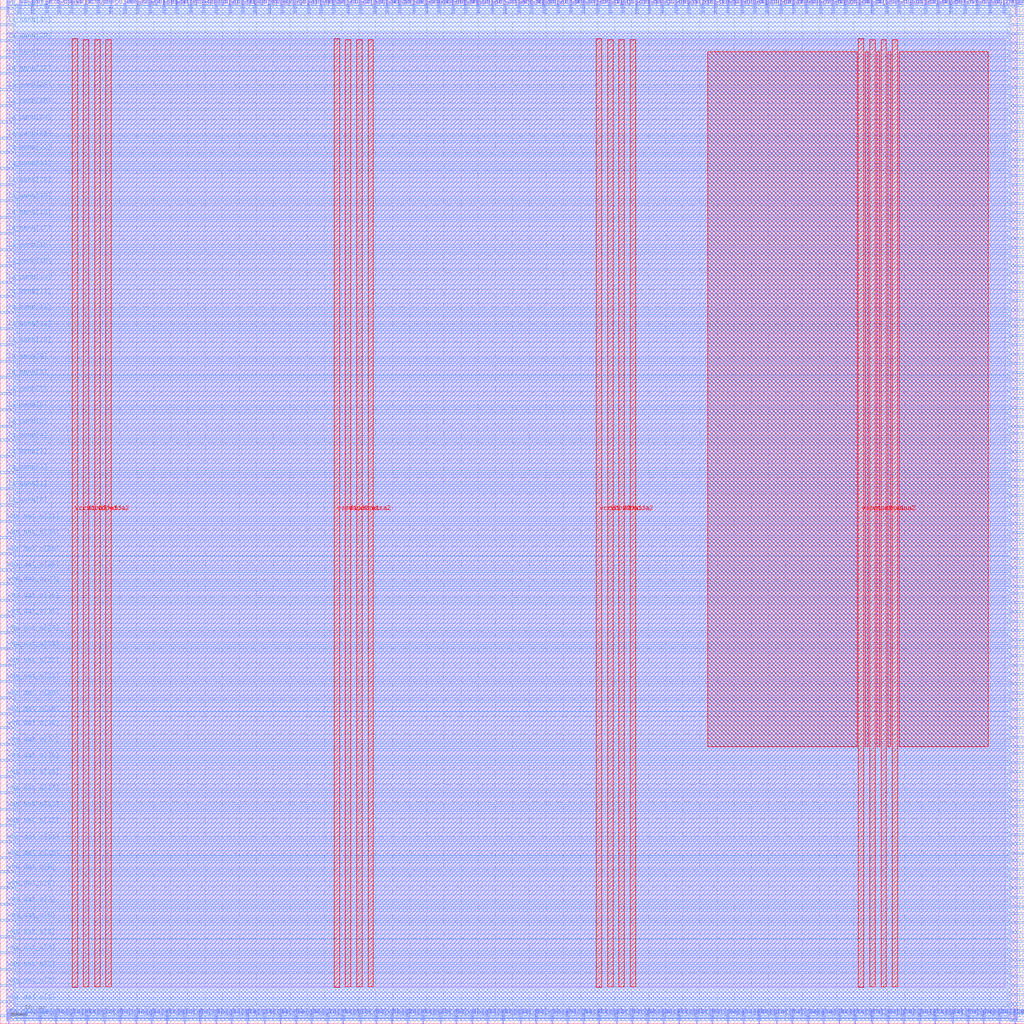
<source format=lef>
VERSION 5.7 ;
  NOWIREEXTENSIONATPIN ON ;
  DIVIDERCHAR "/" ;
  BUSBITCHARS "[]" ;
MACRO wrapper_fibonacci
  CLASS BLOCK ;
  FOREIGN wrapper_fibonacci ;
  ORIGIN 0.000 0.000 ;
  SIZE 300.000 BY 300.000 ;
  PIN active
    DIRECTION INPUT ;
    USE SIGNAL ;
    PORT
      LAYER met2 ;
        RECT 24.930 296.000 25.210 300.000 ;
    END
  END active
  PIN io_in[0]
    DIRECTION INPUT ;
    USE SIGNAL ;
    PORT
      LAYER met3 ;
        RECT 296.000 0.720 300.000 1.320 ;
    END
  END io_in[0]
  PIN io_in[10]
    DIRECTION INPUT ;
    USE SIGNAL ;
    PORT
      LAYER met3 ;
        RECT 296.000 78.920 300.000 79.520 ;
    END
  END io_in[10]
  PIN io_in[11]
    DIRECTION INPUT ;
    USE SIGNAL ;
    PORT
      LAYER met3 ;
        RECT 296.000 86.400 300.000 87.000 ;
    END
  END io_in[11]
  PIN io_in[12]
    DIRECTION INPUT ;
    USE SIGNAL ;
    PORT
      LAYER met3 ;
        RECT 296.000 94.560 300.000 95.160 ;
    END
  END io_in[12]
  PIN io_in[13]
    DIRECTION INPUT ;
    USE SIGNAL ;
    PORT
      LAYER met3 ;
        RECT 296.000 102.040 300.000 102.640 ;
    END
  END io_in[13]
  PIN io_in[14]
    DIRECTION INPUT ;
    USE SIGNAL ;
    PORT
      LAYER met3 ;
        RECT 296.000 110.200 300.000 110.800 ;
    END
  END io_in[14]
  PIN io_in[15]
    DIRECTION INPUT ;
    USE SIGNAL ;
    PORT
      LAYER met3 ;
        RECT 296.000 117.680 300.000 118.280 ;
    END
  END io_in[15]
  PIN io_in[16]
    DIRECTION INPUT ;
    USE SIGNAL ;
    PORT
      LAYER met3 ;
        RECT 296.000 125.840 300.000 126.440 ;
    END
  END io_in[16]
  PIN io_in[17]
    DIRECTION INPUT ;
    USE SIGNAL ;
    PORT
      LAYER met3 ;
        RECT 296.000 133.320 300.000 133.920 ;
    END
  END io_in[17]
  PIN io_in[18]
    DIRECTION INPUT ;
    USE SIGNAL ;
    PORT
      LAYER met3 ;
        RECT 296.000 141.480 300.000 142.080 ;
    END
  END io_in[18]
  PIN io_in[19]
    DIRECTION INPUT ;
    USE SIGNAL ;
    PORT
      LAYER met3 ;
        RECT 296.000 148.960 300.000 149.560 ;
    END
  END io_in[19]
  PIN io_in[1]
    DIRECTION INPUT ;
    USE SIGNAL ;
    PORT
      LAYER met3 ;
        RECT 296.000 8.200 300.000 8.800 ;
    END
  END io_in[1]
  PIN io_in[20]
    DIRECTION INPUT ;
    USE SIGNAL ;
    PORT
      LAYER met3 ;
        RECT 296.000 157.120 300.000 157.720 ;
    END
  END io_in[20]
  PIN io_in[21]
    DIRECTION INPUT ;
    USE SIGNAL ;
    PORT
      LAYER met3 ;
        RECT 296.000 164.600 300.000 165.200 ;
    END
  END io_in[21]
  PIN io_in[22]
    DIRECTION INPUT ;
    USE SIGNAL ;
    PORT
      LAYER met3 ;
        RECT 296.000 172.760 300.000 173.360 ;
    END
  END io_in[22]
  PIN io_in[23]
    DIRECTION INPUT ;
    USE SIGNAL ;
    PORT
      LAYER met3 ;
        RECT 296.000 180.240 300.000 180.840 ;
    END
  END io_in[23]
  PIN io_in[24]
    DIRECTION INPUT ;
    USE SIGNAL ;
    PORT
      LAYER met3 ;
        RECT 296.000 188.400 300.000 189.000 ;
    END
  END io_in[24]
  PIN io_in[25]
    DIRECTION INPUT ;
    USE SIGNAL ;
    PORT
      LAYER met3 ;
        RECT 296.000 195.880 300.000 196.480 ;
    END
  END io_in[25]
  PIN io_in[26]
    DIRECTION INPUT ;
    USE SIGNAL ;
    PORT
      LAYER met3 ;
        RECT 296.000 204.040 300.000 204.640 ;
    END
  END io_in[26]
  PIN io_in[27]
    DIRECTION INPUT ;
    USE SIGNAL ;
    PORT
      LAYER met3 ;
        RECT 296.000 211.520 300.000 212.120 ;
    END
  END io_in[27]
  PIN io_in[28]
    DIRECTION INPUT ;
    USE SIGNAL ;
    PORT
      LAYER met3 ;
        RECT 296.000 219.680 300.000 220.280 ;
    END
  END io_in[28]
  PIN io_in[29]
    DIRECTION INPUT ;
    USE SIGNAL ;
    PORT
      LAYER met3 ;
        RECT 296.000 227.160 300.000 227.760 ;
    END
  END io_in[29]
  PIN io_in[2]
    DIRECTION INPUT ;
    USE SIGNAL ;
    PORT
      LAYER met3 ;
        RECT 296.000 16.360 300.000 16.960 ;
    END
  END io_in[2]
  PIN io_in[30]
    DIRECTION INPUT ;
    USE SIGNAL ;
    PORT
      LAYER met3 ;
        RECT 296.000 235.320 300.000 235.920 ;
    END
  END io_in[30]
  PIN io_in[31]
    DIRECTION INPUT ;
    USE SIGNAL ;
    PORT
      LAYER met3 ;
        RECT 296.000 242.800 300.000 243.400 ;
    END
  END io_in[31]
  PIN io_in[32]
    DIRECTION INPUT ;
    USE SIGNAL ;
    PORT
      LAYER met3 ;
        RECT 296.000 250.960 300.000 251.560 ;
    END
  END io_in[32]
  PIN io_in[33]
    DIRECTION INPUT ;
    USE SIGNAL ;
    PORT
      LAYER met3 ;
        RECT 296.000 258.440 300.000 259.040 ;
    END
  END io_in[33]
  PIN io_in[34]
    DIRECTION INPUT ;
    USE SIGNAL ;
    PORT
      LAYER met3 ;
        RECT 296.000 266.600 300.000 267.200 ;
    END
  END io_in[34]
  PIN io_in[35]
    DIRECTION INPUT ;
    USE SIGNAL ;
    PORT
      LAYER met3 ;
        RECT 296.000 274.080 300.000 274.680 ;
    END
  END io_in[35]
  PIN io_in[36]
    DIRECTION INPUT ;
    USE SIGNAL ;
    PORT
      LAYER met3 ;
        RECT 296.000 282.240 300.000 282.840 ;
    END
  END io_in[36]
  PIN io_in[37]
    DIRECTION INPUT ;
    USE SIGNAL ;
    PORT
      LAYER met3 ;
        RECT 296.000 289.720 300.000 290.320 ;
    END
  END io_in[37]
  PIN io_in[3]
    DIRECTION INPUT ;
    USE SIGNAL ;
    PORT
      LAYER met3 ;
        RECT 296.000 23.840 300.000 24.440 ;
    END
  END io_in[3]
  PIN io_in[4]
    DIRECTION INPUT ;
    USE SIGNAL ;
    PORT
      LAYER met3 ;
        RECT 296.000 32.000 300.000 32.600 ;
    END
  END io_in[4]
  PIN io_in[5]
    DIRECTION INPUT ;
    USE SIGNAL ;
    PORT
      LAYER met3 ;
        RECT 296.000 39.480 300.000 40.080 ;
    END
  END io_in[5]
  PIN io_in[6]
    DIRECTION INPUT ;
    USE SIGNAL ;
    PORT
      LAYER met3 ;
        RECT 296.000 47.640 300.000 48.240 ;
    END
  END io_in[6]
  PIN io_in[7]
    DIRECTION INPUT ;
    USE SIGNAL ;
    PORT
      LAYER met3 ;
        RECT 296.000 55.120 300.000 55.720 ;
    END
  END io_in[7]
  PIN io_in[8]
    DIRECTION INPUT ;
    USE SIGNAL ;
    PORT
      LAYER met3 ;
        RECT 296.000 63.280 300.000 63.880 ;
    END
  END io_in[8]
  PIN io_in[9]
    DIRECTION INPUT ;
    USE SIGNAL ;
    PORT
      LAYER met3 ;
        RECT 296.000 70.760 300.000 71.360 ;
    END
  END io_in[9]
  PIN io_oeb[0]
    DIRECTION OUTPUT TRISTATE ;
    USE SIGNAL ;
    PORT
      LAYER met3 ;
        RECT 296.000 5.480 300.000 6.080 ;
    END
  END io_oeb[0]
  PIN io_oeb[10]
    DIRECTION OUTPUT TRISTATE ;
    USE SIGNAL ;
    PORT
      LAYER met3 ;
        RECT 296.000 83.680 300.000 84.280 ;
    END
  END io_oeb[10]
  PIN io_oeb[11]
    DIRECTION OUTPUT TRISTATE ;
    USE SIGNAL ;
    PORT
      LAYER met3 ;
        RECT 296.000 91.840 300.000 92.440 ;
    END
  END io_oeb[11]
  PIN io_oeb[12]
    DIRECTION OUTPUT TRISTATE ;
    USE SIGNAL ;
    PORT
      LAYER met3 ;
        RECT 296.000 99.320 300.000 99.920 ;
    END
  END io_oeb[12]
  PIN io_oeb[13]
    DIRECTION OUTPUT TRISTATE ;
    USE SIGNAL ;
    PORT
      LAYER met3 ;
        RECT 296.000 107.480 300.000 108.080 ;
    END
  END io_oeb[13]
  PIN io_oeb[14]
    DIRECTION OUTPUT TRISTATE ;
    USE SIGNAL ;
    PORT
      LAYER met3 ;
        RECT 296.000 114.960 300.000 115.560 ;
    END
  END io_oeb[14]
  PIN io_oeb[15]
    DIRECTION OUTPUT TRISTATE ;
    USE SIGNAL ;
    PORT
      LAYER met3 ;
        RECT 296.000 123.120 300.000 123.720 ;
    END
  END io_oeb[15]
  PIN io_oeb[16]
    DIRECTION OUTPUT TRISTATE ;
    USE SIGNAL ;
    PORT
      LAYER met3 ;
        RECT 296.000 130.600 300.000 131.200 ;
    END
  END io_oeb[16]
  PIN io_oeb[17]
    DIRECTION OUTPUT TRISTATE ;
    USE SIGNAL ;
    PORT
      LAYER met3 ;
        RECT 296.000 138.760 300.000 139.360 ;
    END
  END io_oeb[17]
  PIN io_oeb[18]
    DIRECTION OUTPUT TRISTATE ;
    USE SIGNAL ;
    PORT
      LAYER met3 ;
        RECT 296.000 146.240 300.000 146.840 ;
    END
  END io_oeb[18]
  PIN io_oeb[19]
    DIRECTION OUTPUT TRISTATE ;
    USE SIGNAL ;
    PORT
      LAYER met3 ;
        RECT 296.000 154.400 300.000 155.000 ;
    END
  END io_oeb[19]
  PIN io_oeb[1]
    DIRECTION OUTPUT TRISTATE ;
    USE SIGNAL ;
    PORT
      LAYER met3 ;
        RECT 296.000 13.640 300.000 14.240 ;
    END
  END io_oeb[1]
  PIN io_oeb[20]
    DIRECTION OUTPUT TRISTATE ;
    USE SIGNAL ;
    PORT
      LAYER met3 ;
        RECT 296.000 161.880 300.000 162.480 ;
    END
  END io_oeb[20]
  PIN io_oeb[21]
    DIRECTION OUTPUT TRISTATE ;
    USE SIGNAL ;
    PORT
      LAYER met3 ;
        RECT 296.000 170.040 300.000 170.640 ;
    END
  END io_oeb[21]
  PIN io_oeb[22]
    DIRECTION OUTPUT TRISTATE ;
    USE SIGNAL ;
    PORT
      LAYER met3 ;
        RECT 296.000 177.520 300.000 178.120 ;
    END
  END io_oeb[22]
  PIN io_oeb[23]
    DIRECTION OUTPUT TRISTATE ;
    USE SIGNAL ;
    PORT
      LAYER met3 ;
        RECT 296.000 185.680 300.000 186.280 ;
    END
  END io_oeb[23]
  PIN io_oeb[24]
    DIRECTION OUTPUT TRISTATE ;
    USE SIGNAL ;
    PORT
      LAYER met3 ;
        RECT 296.000 193.160 300.000 193.760 ;
    END
  END io_oeb[24]
  PIN io_oeb[25]
    DIRECTION OUTPUT TRISTATE ;
    USE SIGNAL ;
    PORT
      LAYER met3 ;
        RECT 296.000 201.320 300.000 201.920 ;
    END
  END io_oeb[25]
  PIN io_oeb[26]
    DIRECTION OUTPUT TRISTATE ;
    USE SIGNAL ;
    PORT
      LAYER met3 ;
        RECT 296.000 208.800 300.000 209.400 ;
    END
  END io_oeb[26]
  PIN io_oeb[27]
    DIRECTION OUTPUT TRISTATE ;
    USE SIGNAL ;
    PORT
      LAYER met3 ;
        RECT 296.000 216.960 300.000 217.560 ;
    END
  END io_oeb[27]
  PIN io_oeb[28]
    DIRECTION OUTPUT TRISTATE ;
    USE SIGNAL ;
    PORT
      LAYER met3 ;
        RECT 296.000 224.440 300.000 225.040 ;
    END
  END io_oeb[28]
  PIN io_oeb[29]
    DIRECTION OUTPUT TRISTATE ;
    USE SIGNAL ;
    PORT
      LAYER met3 ;
        RECT 296.000 232.600 300.000 233.200 ;
    END
  END io_oeb[29]
  PIN io_oeb[2]
    DIRECTION OUTPUT TRISTATE ;
    USE SIGNAL ;
    PORT
      LAYER met3 ;
        RECT 296.000 21.120 300.000 21.720 ;
    END
  END io_oeb[2]
  PIN io_oeb[30]
    DIRECTION OUTPUT TRISTATE ;
    USE SIGNAL ;
    PORT
      LAYER met3 ;
        RECT 296.000 240.080 300.000 240.680 ;
    END
  END io_oeb[30]
  PIN io_oeb[31]
    DIRECTION OUTPUT TRISTATE ;
    USE SIGNAL ;
    PORT
      LAYER met3 ;
        RECT 296.000 248.240 300.000 248.840 ;
    END
  END io_oeb[31]
  PIN io_oeb[32]
    DIRECTION OUTPUT TRISTATE ;
    USE SIGNAL ;
    PORT
      LAYER met3 ;
        RECT 296.000 255.720 300.000 256.320 ;
    END
  END io_oeb[32]
  PIN io_oeb[33]
    DIRECTION OUTPUT TRISTATE ;
    USE SIGNAL ;
    PORT
      LAYER met3 ;
        RECT 296.000 263.880 300.000 264.480 ;
    END
  END io_oeb[33]
  PIN io_oeb[34]
    DIRECTION OUTPUT TRISTATE ;
    USE SIGNAL ;
    PORT
      LAYER met3 ;
        RECT 296.000 271.360 300.000 271.960 ;
    END
  END io_oeb[34]
  PIN io_oeb[35]
    DIRECTION OUTPUT TRISTATE ;
    USE SIGNAL ;
    PORT
      LAYER met3 ;
        RECT 296.000 279.520 300.000 280.120 ;
    END
  END io_oeb[35]
  PIN io_oeb[36]
    DIRECTION OUTPUT TRISTATE ;
    USE SIGNAL ;
    PORT
      LAYER met3 ;
        RECT 296.000 287.000 300.000 287.600 ;
    END
  END io_oeb[36]
  PIN io_oeb[37]
    DIRECTION OUTPUT TRISTATE ;
    USE SIGNAL ;
    PORT
      LAYER met3 ;
        RECT 296.000 295.160 300.000 295.760 ;
    END
  END io_oeb[37]
  PIN io_oeb[3]
    DIRECTION OUTPUT TRISTATE ;
    USE SIGNAL ;
    PORT
      LAYER met3 ;
        RECT 296.000 29.280 300.000 29.880 ;
    END
  END io_oeb[3]
  PIN io_oeb[4]
    DIRECTION OUTPUT TRISTATE ;
    USE SIGNAL ;
    PORT
      LAYER met3 ;
        RECT 296.000 36.760 300.000 37.360 ;
    END
  END io_oeb[4]
  PIN io_oeb[5]
    DIRECTION OUTPUT TRISTATE ;
    USE SIGNAL ;
    PORT
      LAYER met3 ;
        RECT 296.000 44.920 300.000 45.520 ;
    END
  END io_oeb[5]
  PIN io_oeb[6]
    DIRECTION OUTPUT TRISTATE ;
    USE SIGNAL ;
    PORT
      LAYER met3 ;
        RECT 296.000 52.400 300.000 53.000 ;
    END
  END io_oeb[6]
  PIN io_oeb[7]
    DIRECTION OUTPUT TRISTATE ;
    USE SIGNAL ;
    PORT
      LAYER met3 ;
        RECT 296.000 60.560 300.000 61.160 ;
    END
  END io_oeb[7]
  PIN io_oeb[8]
    DIRECTION OUTPUT TRISTATE ;
    USE SIGNAL ;
    PORT
      LAYER met3 ;
        RECT 296.000 68.040 300.000 68.640 ;
    END
  END io_oeb[8]
  PIN io_oeb[9]
    DIRECTION OUTPUT TRISTATE ;
    USE SIGNAL ;
    PORT
      LAYER met3 ;
        RECT 296.000 76.200 300.000 76.800 ;
    END
  END io_oeb[9]
  PIN io_out[0]
    DIRECTION OUTPUT TRISTATE ;
    USE SIGNAL ;
    PORT
      LAYER met3 ;
        RECT 296.000 2.760 300.000 3.360 ;
    END
  END io_out[0]
  PIN io_out[10]
    DIRECTION OUTPUT TRISTATE ;
    USE SIGNAL ;
    PORT
      LAYER met3 ;
        RECT 296.000 80.960 300.000 81.560 ;
    END
  END io_out[10]
  PIN io_out[11]
    DIRECTION OUTPUT TRISTATE ;
    USE SIGNAL ;
    PORT
      LAYER met3 ;
        RECT 296.000 89.120 300.000 89.720 ;
    END
  END io_out[11]
  PIN io_out[12]
    DIRECTION OUTPUT TRISTATE ;
    USE SIGNAL ;
    PORT
      LAYER met3 ;
        RECT 296.000 96.600 300.000 97.200 ;
    END
  END io_out[12]
  PIN io_out[13]
    DIRECTION OUTPUT TRISTATE ;
    USE SIGNAL ;
    PORT
      LAYER met3 ;
        RECT 296.000 104.760 300.000 105.360 ;
    END
  END io_out[13]
  PIN io_out[14]
    DIRECTION OUTPUT TRISTATE ;
    USE SIGNAL ;
    PORT
      LAYER met3 ;
        RECT 296.000 112.240 300.000 112.840 ;
    END
  END io_out[14]
  PIN io_out[15]
    DIRECTION OUTPUT TRISTATE ;
    USE SIGNAL ;
    PORT
      LAYER met3 ;
        RECT 296.000 120.400 300.000 121.000 ;
    END
  END io_out[15]
  PIN io_out[16]
    DIRECTION OUTPUT TRISTATE ;
    USE SIGNAL ;
    PORT
      LAYER met3 ;
        RECT 296.000 127.880 300.000 128.480 ;
    END
  END io_out[16]
  PIN io_out[17]
    DIRECTION OUTPUT TRISTATE ;
    USE SIGNAL ;
    PORT
      LAYER met3 ;
        RECT 296.000 136.040 300.000 136.640 ;
    END
  END io_out[17]
  PIN io_out[18]
    DIRECTION OUTPUT TRISTATE ;
    USE SIGNAL ;
    PORT
      LAYER met3 ;
        RECT 296.000 143.520 300.000 144.120 ;
    END
  END io_out[18]
  PIN io_out[19]
    DIRECTION OUTPUT TRISTATE ;
    USE SIGNAL ;
    PORT
      LAYER met3 ;
        RECT 296.000 151.680 300.000 152.280 ;
    END
  END io_out[19]
  PIN io_out[1]
    DIRECTION OUTPUT TRISTATE ;
    USE SIGNAL ;
    PORT
      LAYER met3 ;
        RECT 296.000 10.920 300.000 11.520 ;
    END
  END io_out[1]
  PIN io_out[20]
    DIRECTION OUTPUT TRISTATE ;
    USE SIGNAL ;
    PORT
      LAYER met3 ;
        RECT 296.000 159.160 300.000 159.760 ;
    END
  END io_out[20]
  PIN io_out[21]
    DIRECTION OUTPUT TRISTATE ;
    USE SIGNAL ;
    PORT
      LAYER met3 ;
        RECT 296.000 167.320 300.000 167.920 ;
    END
  END io_out[21]
  PIN io_out[22]
    DIRECTION OUTPUT TRISTATE ;
    USE SIGNAL ;
    PORT
      LAYER met3 ;
        RECT 296.000 174.800 300.000 175.400 ;
    END
  END io_out[22]
  PIN io_out[23]
    DIRECTION OUTPUT TRISTATE ;
    USE SIGNAL ;
    PORT
      LAYER met3 ;
        RECT 296.000 182.960 300.000 183.560 ;
    END
  END io_out[23]
  PIN io_out[24]
    DIRECTION OUTPUT TRISTATE ;
    USE SIGNAL ;
    PORT
      LAYER met3 ;
        RECT 296.000 190.440 300.000 191.040 ;
    END
  END io_out[24]
  PIN io_out[25]
    DIRECTION OUTPUT TRISTATE ;
    USE SIGNAL ;
    PORT
      LAYER met3 ;
        RECT 296.000 198.600 300.000 199.200 ;
    END
  END io_out[25]
  PIN io_out[26]
    DIRECTION OUTPUT TRISTATE ;
    USE SIGNAL ;
    PORT
      LAYER met3 ;
        RECT 296.000 206.080 300.000 206.680 ;
    END
  END io_out[26]
  PIN io_out[27]
    DIRECTION OUTPUT TRISTATE ;
    USE SIGNAL ;
    PORT
      LAYER met3 ;
        RECT 296.000 214.240 300.000 214.840 ;
    END
  END io_out[27]
  PIN io_out[28]
    DIRECTION OUTPUT TRISTATE ;
    USE SIGNAL ;
    PORT
      LAYER met3 ;
        RECT 296.000 221.720 300.000 222.320 ;
    END
  END io_out[28]
  PIN io_out[29]
    DIRECTION OUTPUT TRISTATE ;
    USE SIGNAL ;
    PORT
      LAYER met3 ;
        RECT 296.000 229.880 300.000 230.480 ;
    END
  END io_out[29]
  PIN io_out[2]
    DIRECTION OUTPUT TRISTATE ;
    USE SIGNAL ;
    PORT
      LAYER met3 ;
        RECT 296.000 18.400 300.000 19.000 ;
    END
  END io_out[2]
  PIN io_out[30]
    DIRECTION OUTPUT TRISTATE ;
    USE SIGNAL ;
    PORT
      LAYER met3 ;
        RECT 296.000 237.360 300.000 237.960 ;
    END
  END io_out[30]
  PIN io_out[31]
    DIRECTION OUTPUT TRISTATE ;
    USE SIGNAL ;
    PORT
      LAYER met3 ;
        RECT 296.000 245.520 300.000 246.120 ;
    END
  END io_out[31]
  PIN io_out[32]
    DIRECTION OUTPUT TRISTATE ;
    USE SIGNAL ;
    PORT
      LAYER met3 ;
        RECT 296.000 253.000 300.000 253.600 ;
    END
  END io_out[32]
  PIN io_out[33]
    DIRECTION OUTPUT TRISTATE ;
    USE SIGNAL ;
    PORT
      LAYER met3 ;
        RECT 296.000 261.160 300.000 261.760 ;
    END
  END io_out[33]
  PIN io_out[34]
    DIRECTION OUTPUT TRISTATE ;
    USE SIGNAL ;
    PORT
      LAYER met3 ;
        RECT 296.000 268.640 300.000 269.240 ;
    END
  END io_out[34]
  PIN io_out[35]
    DIRECTION OUTPUT TRISTATE ;
    USE SIGNAL ;
    PORT
      LAYER met3 ;
        RECT 296.000 276.800 300.000 277.400 ;
    END
  END io_out[35]
  PIN io_out[36]
    DIRECTION OUTPUT TRISTATE ;
    USE SIGNAL ;
    PORT
      LAYER met3 ;
        RECT 296.000 284.280 300.000 284.880 ;
    END
  END io_out[36]
  PIN io_out[37]
    DIRECTION OUTPUT TRISTATE ;
    USE SIGNAL ;
    PORT
      LAYER met3 ;
        RECT 296.000 292.440 300.000 293.040 ;
    END
  END io_out[37]
  PIN io_out[3]
    DIRECTION OUTPUT TRISTATE ;
    USE SIGNAL ;
    PORT
      LAYER met3 ;
        RECT 296.000 26.560 300.000 27.160 ;
    END
  END io_out[3]
  PIN io_out[4]
    DIRECTION OUTPUT TRISTATE ;
    USE SIGNAL ;
    PORT
      LAYER met3 ;
        RECT 296.000 34.040 300.000 34.640 ;
    END
  END io_out[4]
  PIN io_out[5]
    DIRECTION OUTPUT TRISTATE ;
    USE SIGNAL ;
    PORT
      LAYER met3 ;
        RECT 296.000 42.200 300.000 42.800 ;
    END
  END io_out[5]
  PIN io_out[6]
    DIRECTION OUTPUT TRISTATE ;
    USE SIGNAL ;
    PORT
      LAYER met3 ;
        RECT 296.000 49.680 300.000 50.280 ;
    END
  END io_out[6]
  PIN io_out[7]
    DIRECTION OUTPUT TRISTATE ;
    USE SIGNAL ;
    PORT
      LAYER met3 ;
        RECT 296.000 57.840 300.000 58.440 ;
    END
  END io_out[7]
  PIN io_out[8]
    DIRECTION OUTPUT TRISTATE ;
    USE SIGNAL ;
    PORT
      LAYER met3 ;
        RECT 296.000 65.320 300.000 65.920 ;
    END
  END io_out[8]
  PIN io_out[9]
    DIRECTION OUTPUT TRISTATE ;
    USE SIGNAL ;
    PORT
      LAYER met3 ;
        RECT 296.000 73.480 300.000 74.080 ;
    END
  END io_out[9]
  PIN irq[0]
    DIRECTION OUTPUT TRISTATE ;
    USE SIGNAL ;
    PORT
      LAYER met2 ;
        RECT 294.030 296.000 294.310 300.000 ;
    END
  END irq[0]
  PIN irq[1]
    DIRECTION OUTPUT TRISTATE ;
    USE SIGNAL ;
    PORT
      LAYER met3 ;
        RECT 296.000 297.880 300.000 298.480 ;
    END
  END irq[1]
  PIN irq[2]
    DIRECTION OUTPUT TRISTATE ;
    USE SIGNAL ;
    PORT
      LAYER met2 ;
        RECT 297.710 296.000 297.990 300.000 ;
    END
  END irq[2]
  PIN la_data_in[0]
    DIRECTION INPUT ;
    USE SIGNAL ;
    PORT
      LAYER met2 ;
        RECT 2.390 0.000 2.670 4.000 ;
    END
  END la_data_in[0]
  PIN la_data_in[10]
    DIRECTION INPUT ;
    USE SIGNAL ;
    PORT
      LAYER met2 ;
        RECT 48.850 0.000 49.130 4.000 ;
    END
  END la_data_in[10]
  PIN la_data_in[11]
    DIRECTION INPUT ;
    USE SIGNAL ;
    PORT
      LAYER met2 ;
        RECT 53.910 0.000 54.190 4.000 ;
    END
  END la_data_in[11]
  PIN la_data_in[12]
    DIRECTION INPUT ;
    USE SIGNAL ;
    PORT
      LAYER met2 ;
        RECT 58.510 0.000 58.790 4.000 ;
    END
  END la_data_in[12]
  PIN la_data_in[13]
    DIRECTION INPUT ;
    USE SIGNAL ;
    PORT
      LAYER met2 ;
        RECT 63.110 0.000 63.390 4.000 ;
    END
  END la_data_in[13]
  PIN la_data_in[14]
    DIRECTION INPUT ;
    USE SIGNAL ;
    PORT
      LAYER met2 ;
        RECT 67.710 0.000 67.990 4.000 ;
    END
  END la_data_in[14]
  PIN la_data_in[15]
    DIRECTION INPUT ;
    USE SIGNAL ;
    PORT
      LAYER met2 ;
        RECT 72.310 0.000 72.590 4.000 ;
    END
  END la_data_in[15]
  PIN la_data_in[16]
    DIRECTION INPUT ;
    USE SIGNAL ;
    PORT
      LAYER met2 ;
        RECT 77.370 0.000 77.650 4.000 ;
    END
  END la_data_in[16]
  PIN la_data_in[17]
    DIRECTION INPUT ;
    USE SIGNAL ;
    PORT
      LAYER met2 ;
        RECT 81.970 0.000 82.250 4.000 ;
    END
  END la_data_in[17]
  PIN la_data_in[18]
    DIRECTION INPUT ;
    USE SIGNAL ;
    PORT
      LAYER met2 ;
        RECT 86.570 0.000 86.850 4.000 ;
    END
  END la_data_in[18]
  PIN la_data_in[19]
    DIRECTION INPUT ;
    USE SIGNAL ;
    PORT
      LAYER met2 ;
        RECT 91.170 0.000 91.450 4.000 ;
    END
  END la_data_in[19]
  PIN la_data_in[1]
    DIRECTION INPUT ;
    USE SIGNAL ;
    PORT
      LAYER met2 ;
        RECT 6.990 0.000 7.270 4.000 ;
    END
  END la_data_in[1]
  PIN la_data_in[20]
    DIRECTION INPUT ;
    USE SIGNAL ;
    PORT
      LAYER met2 ;
        RECT 95.770 0.000 96.050 4.000 ;
    END
  END la_data_in[20]
  PIN la_data_in[21]
    DIRECTION INPUT ;
    USE SIGNAL ;
    PORT
      LAYER met2 ;
        RECT 100.370 0.000 100.650 4.000 ;
    END
  END la_data_in[21]
  PIN la_data_in[22]
    DIRECTION INPUT ;
    USE SIGNAL ;
    PORT
      LAYER met2 ;
        RECT 105.430 0.000 105.710 4.000 ;
    END
  END la_data_in[22]
  PIN la_data_in[23]
    DIRECTION INPUT ;
    USE SIGNAL ;
    PORT
      LAYER met2 ;
        RECT 110.030 0.000 110.310 4.000 ;
    END
  END la_data_in[23]
  PIN la_data_in[24]
    DIRECTION INPUT ;
    USE SIGNAL ;
    PORT
      LAYER met2 ;
        RECT 114.630 0.000 114.910 4.000 ;
    END
  END la_data_in[24]
  PIN la_data_in[25]
    DIRECTION INPUT ;
    USE SIGNAL ;
    PORT
      LAYER met2 ;
        RECT 119.230 0.000 119.510 4.000 ;
    END
  END la_data_in[25]
  PIN la_data_in[26]
    DIRECTION INPUT ;
    USE SIGNAL ;
    PORT
      LAYER met2 ;
        RECT 123.830 0.000 124.110 4.000 ;
    END
  END la_data_in[26]
  PIN la_data_in[27]
    DIRECTION INPUT ;
    USE SIGNAL ;
    PORT
      LAYER met2 ;
        RECT 128.890 0.000 129.170 4.000 ;
    END
  END la_data_in[27]
  PIN la_data_in[28]
    DIRECTION INPUT ;
    USE SIGNAL ;
    PORT
      LAYER met2 ;
        RECT 133.490 0.000 133.770 4.000 ;
    END
  END la_data_in[28]
  PIN la_data_in[29]
    DIRECTION INPUT ;
    USE SIGNAL ;
    PORT
      LAYER met2 ;
        RECT 138.090 0.000 138.370 4.000 ;
    END
  END la_data_in[29]
  PIN la_data_in[2]
    DIRECTION INPUT ;
    USE SIGNAL ;
    PORT
      LAYER met2 ;
        RECT 11.590 0.000 11.870 4.000 ;
    END
  END la_data_in[2]
  PIN la_data_in[30]
    DIRECTION INPUT ;
    USE SIGNAL ;
    PORT
      LAYER met2 ;
        RECT 142.690 0.000 142.970 4.000 ;
    END
  END la_data_in[30]
  PIN la_data_in[31]
    DIRECTION INPUT ;
    USE SIGNAL ;
    PORT
      LAYER met2 ;
        RECT 147.290 0.000 147.570 4.000 ;
    END
  END la_data_in[31]
  PIN la_data_in[3]
    DIRECTION INPUT ;
    USE SIGNAL ;
    PORT
      LAYER met2 ;
        RECT 16.190 0.000 16.470 4.000 ;
    END
  END la_data_in[3]
  PIN la_data_in[4]
    DIRECTION INPUT ;
    USE SIGNAL ;
    PORT
      LAYER met2 ;
        RECT 20.790 0.000 21.070 4.000 ;
    END
  END la_data_in[4]
  PIN la_data_in[5]
    DIRECTION INPUT ;
    USE SIGNAL ;
    PORT
      LAYER met2 ;
        RECT 25.390 0.000 25.670 4.000 ;
    END
  END la_data_in[5]
  PIN la_data_in[6]
    DIRECTION INPUT ;
    USE SIGNAL ;
    PORT
      LAYER met2 ;
        RECT 30.450 0.000 30.730 4.000 ;
    END
  END la_data_in[6]
  PIN la_data_in[7]
    DIRECTION INPUT ;
    USE SIGNAL ;
    PORT
      LAYER met2 ;
        RECT 35.050 0.000 35.330 4.000 ;
    END
  END la_data_in[7]
  PIN la_data_in[8]
    DIRECTION INPUT ;
    USE SIGNAL ;
    PORT
      LAYER met2 ;
        RECT 39.650 0.000 39.930 4.000 ;
    END
  END la_data_in[8]
  PIN la_data_in[9]
    DIRECTION INPUT ;
    USE SIGNAL ;
    PORT
      LAYER met2 ;
        RECT 44.250 0.000 44.530 4.000 ;
    END
  END la_data_in[9]
  PIN la_data_out[0]
    DIRECTION OUTPUT TRISTATE ;
    USE SIGNAL ;
    PORT
      LAYER met2 ;
        RECT 152.350 0.000 152.630 4.000 ;
    END
  END la_data_out[0]
  PIN la_data_out[10]
    DIRECTION OUTPUT TRISTATE ;
    USE SIGNAL ;
    PORT
      LAYER met2 ;
        RECT 198.810 0.000 199.090 4.000 ;
    END
  END la_data_out[10]
  PIN la_data_out[11]
    DIRECTION OUTPUT TRISTATE ;
    USE SIGNAL ;
    PORT
      LAYER met2 ;
        RECT 203.870 0.000 204.150 4.000 ;
    END
  END la_data_out[11]
  PIN la_data_out[12]
    DIRECTION OUTPUT TRISTATE ;
    USE SIGNAL ;
    PORT
      LAYER met2 ;
        RECT 208.470 0.000 208.750 4.000 ;
    END
  END la_data_out[12]
  PIN la_data_out[13]
    DIRECTION OUTPUT TRISTATE ;
    USE SIGNAL ;
    PORT
      LAYER met2 ;
        RECT 213.070 0.000 213.350 4.000 ;
    END
  END la_data_out[13]
  PIN la_data_out[14]
    DIRECTION OUTPUT TRISTATE ;
    USE SIGNAL ;
    PORT
      LAYER met2 ;
        RECT 217.670 0.000 217.950 4.000 ;
    END
  END la_data_out[14]
  PIN la_data_out[15]
    DIRECTION OUTPUT TRISTATE ;
    USE SIGNAL ;
    PORT
      LAYER met2 ;
        RECT 222.270 0.000 222.550 4.000 ;
    END
  END la_data_out[15]
  PIN la_data_out[16]
    DIRECTION OUTPUT TRISTATE ;
    USE SIGNAL ;
    PORT
      LAYER met2 ;
        RECT 227.330 0.000 227.610 4.000 ;
    END
  END la_data_out[16]
  PIN la_data_out[17]
    DIRECTION OUTPUT TRISTATE ;
    USE SIGNAL ;
    PORT
      LAYER met2 ;
        RECT 231.930 0.000 232.210 4.000 ;
    END
  END la_data_out[17]
  PIN la_data_out[18]
    DIRECTION OUTPUT TRISTATE ;
    USE SIGNAL ;
    PORT
      LAYER met2 ;
        RECT 236.530 0.000 236.810 4.000 ;
    END
  END la_data_out[18]
  PIN la_data_out[19]
    DIRECTION OUTPUT TRISTATE ;
    USE SIGNAL ;
    PORT
      LAYER met2 ;
        RECT 241.130 0.000 241.410 4.000 ;
    END
  END la_data_out[19]
  PIN la_data_out[1]
    DIRECTION OUTPUT TRISTATE ;
    USE SIGNAL ;
    PORT
      LAYER met2 ;
        RECT 156.950 0.000 157.230 4.000 ;
    END
  END la_data_out[1]
  PIN la_data_out[20]
    DIRECTION OUTPUT TRISTATE ;
    USE SIGNAL ;
    PORT
      LAYER met2 ;
        RECT 245.730 0.000 246.010 4.000 ;
    END
  END la_data_out[20]
  PIN la_data_out[21]
    DIRECTION OUTPUT TRISTATE ;
    USE SIGNAL ;
    PORT
      LAYER met2 ;
        RECT 250.330 0.000 250.610 4.000 ;
    END
  END la_data_out[21]
  PIN la_data_out[22]
    DIRECTION OUTPUT TRISTATE ;
    USE SIGNAL ;
    PORT
      LAYER met2 ;
        RECT 255.390 0.000 255.670 4.000 ;
    END
  END la_data_out[22]
  PIN la_data_out[23]
    DIRECTION OUTPUT TRISTATE ;
    USE SIGNAL ;
    PORT
      LAYER met2 ;
        RECT 259.990 0.000 260.270 4.000 ;
    END
  END la_data_out[23]
  PIN la_data_out[24]
    DIRECTION OUTPUT TRISTATE ;
    USE SIGNAL ;
    PORT
      LAYER met2 ;
        RECT 264.590 0.000 264.870 4.000 ;
    END
  END la_data_out[24]
  PIN la_data_out[25]
    DIRECTION OUTPUT TRISTATE ;
    USE SIGNAL ;
    PORT
      LAYER met2 ;
        RECT 269.190 0.000 269.470 4.000 ;
    END
  END la_data_out[25]
  PIN la_data_out[26]
    DIRECTION OUTPUT TRISTATE ;
    USE SIGNAL ;
    PORT
      LAYER met2 ;
        RECT 273.790 0.000 274.070 4.000 ;
    END
  END la_data_out[26]
  PIN la_data_out[27]
    DIRECTION OUTPUT TRISTATE ;
    USE SIGNAL ;
    PORT
      LAYER met2 ;
        RECT 278.850 0.000 279.130 4.000 ;
    END
  END la_data_out[27]
  PIN la_data_out[28]
    DIRECTION OUTPUT TRISTATE ;
    USE SIGNAL ;
    PORT
      LAYER met2 ;
        RECT 283.450 0.000 283.730 4.000 ;
    END
  END la_data_out[28]
  PIN la_data_out[29]
    DIRECTION OUTPUT TRISTATE ;
    USE SIGNAL ;
    PORT
      LAYER met2 ;
        RECT 288.050 0.000 288.330 4.000 ;
    END
  END la_data_out[29]
  PIN la_data_out[2]
    DIRECTION OUTPUT TRISTATE ;
    USE SIGNAL ;
    PORT
      LAYER met2 ;
        RECT 161.550 0.000 161.830 4.000 ;
    END
  END la_data_out[2]
  PIN la_data_out[30]
    DIRECTION OUTPUT TRISTATE ;
    USE SIGNAL ;
    PORT
      LAYER met2 ;
        RECT 292.650 0.000 292.930 4.000 ;
    END
  END la_data_out[30]
  PIN la_data_out[31]
    DIRECTION OUTPUT TRISTATE ;
    USE SIGNAL ;
    PORT
      LAYER met2 ;
        RECT 297.250 0.000 297.530 4.000 ;
    END
  END la_data_out[31]
  PIN la_data_out[3]
    DIRECTION OUTPUT TRISTATE ;
    USE SIGNAL ;
    PORT
      LAYER met2 ;
        RECT 166.150 0.000 166.430 4.000 ;
    END
  END la_data_out[3]
  PIN la_data_out[4]
    DIRECTION OUTPUT TRISTATE ;
    USE SIGNAL ;
    PORT
      LAYER met2 ;
        RECT 170.750 0.000 171.030 4.000 ;
    END
  END la_data_out[4]
  PIN la_data_out[5]
    DIRECTION OUTPUT TRISTATE ;
    USE SIGNAL ;
    PORT
      LAYER met2 ;
        RECT 175.350 0.000 175.630 4.000 ;
    END
  END la_data_out[5]
  PIN la_data_out[6]
    DIRECTION OUTPUT TRISTATE ;
    USE SIGNAL ;
    PORT
      LAYER met2 ;
        RECT 180.410 0.000 180.690 4.000 ;
    END
  END la_data_out[6]
  PIN la_data_out[7]
    DIRECTION OUTPUT TRISTATE ;
    USE SIGNAL ;
    PORT
      LAYER met2 ;
        RECT 185.010 0.000 185.290 4.000 ;
    END
  END la_data_out[7]
  PIN la_data_out[8]
    DIRECTION OUTPUT TRISTATE ;
    USE SIGNAL ;
    PORT
      LAYER met2 ;
        RECT 189.610 0.000 189.890 4.000 ;
    END
  END la_data_out[8]
  PIN la_data_out[9]
    DIRECTION OUTPUT TRISTATE ;
    USE SIGNAL ;
    PORT
      LAYER met2 ;
        RECT 194.210 0.000 194.490 4.000 ;
    END
  END la_data_out[9]
  PIN la_oenb[0]
    DIRECTION INPUT ;
    USE SIGNAL ;
    PORT
      LAYER met3 ;
        RECT 0.000 151.680 4.000 152.280 ;
    END
  END la_oenb[0]
  PIN la_oenb[10]
    DIRECTION INPUT ;
    USE SIGNAL ;
    PORT
      LAYER met3 ;
        RECT 0.000 198.600 4.000 199.200 ;
    END
  END la_oenb[10]
  PIN la_oenb[11]
    DIRECTION INPUT ;
    USE SIGNAL ;
    PORT
      LAYER met3 ;
        RECT 0.000 203.360 4.000 203.960 ;
    END
  END la_oenb[11]
  PIN la_oenb[12]
    DIRECTION INPUT ;
    USE SIGNAL ;
    PORT
      LAYER met3 ;
        RECT 0.000 208.120 4.000 208.720 ;
    END
  END la_oenb[12]
  PIN la_oenb[13]
    DIRECTION INPUT ;
    USE SIGNAL ;
    PORT
      LAYER met3 ;
        RECT 0.000 212.880 4.000 213.480 ;
    END
  END la_oenb[13]
  PIN la_oenb[14]
    DIRECTION INPUT ;
    USE SIGNAL ;
    PORT
      LAYER met3 ;
        RECT 0.000 216.960 4.000 217.560 ;
    END
  END la_oenb[14]
  PIN la_oenb[15]
    DIRECTION INPUT ;
    USE SIGNAL ;
    PORT
      LAYER met3 ;
        RECT 0.000 221.720 4.000 222.320 ;
    END
  END la_oenb[15]
  PIN la_oenb[16]
    DIRECTION INPUT ;
    USE SIGNAL ;
    PORT
      LAYER met3 ;
        RECT 0.000 226.480 4.000 227.080 ;
    END
  END la_oenb[16]
  PIN la_oenb[17]
    DIRECTION INPUT ;
    USE SIGNAL ;
    PORT
      LAYER met3 ;
        RECT 0.000 231.240 4.000 231.840 ;
    END
  END la_oenb[17]
  PIN la_oenb[18]
    DIRECTION INPUT ;
    USE SIGNAL ;
    PORT
      LAYER met3 ;
        RECT 0.000 236.000 4.000 236.600 ;
    END
  END la_oenb[18]
  PIN la_oenb[19]
    DIRECTION INPUT ;
    USE SIGNAL ;
    PORT
      LAYER met3 ;
        RECT 0.000 240.760 4.000 241.360 ;
    END
  END la_oenb[19]
  PIN la_oenb[1]
    DIRECTION INPUT ;
    USE SIGNAL ;
    PORT
      LAYER met3 ;
        RECT 0.000 156.440 4.000 157.040 ;
    END
  END la_oenb[1]
  PIN la_oenb[20]
    DIRECTION INPUT ;
    USE SIGNAL ;
    PORT
      LAYER met3 ;
        RECT 0.000 245.520 4.000 246.120 ;
    END
  END la_oenb[20]
  PIN la_oenb[21]
    DIRECTION INPUT ;
    USE SIGNAL ;
    PORT
      LAYER met3 ;
        RECT 0.000 250.280 4.000 250.880 ;
    END
  END la_oenb[21]
  PIN la_oenb[22]
    DIRECTION INPUT ;
    USE SIGNAL ;
    PORT
      LAYER met3 ;
        RECT 0.000 255.040 4.000 255.640 ;
    END
  END la_oenb[22]
  PIN la_oenb[23]
    DIRECTION INPUT ;
    USE SIGNAL ;
    PORT
      LAYER met3 ;
        RECT 0.000 259.120 4.000 259.720 ;
    END
  END la_oenb[23]
  PIN la_oenb[24]
    DIRECTION INPUT ;
    USE SIGNAL ;
    PORT
      LAYER met3 ;
        RECT 0.000 263.880 4.000 264.480 ;
    END
  END la_oenb[24]
  PIN la_oenb[25]
    DIRECTION INPUT ;
    USE SIGNAL ;
    PORT
      LAYER met3 ;
        RECT 0.000 268.640 4.000 269.240 ;
    END
  END la_oenb[25]
  PIN la_oenb[26]
    DIRECTION INPUT ;
    USE SIGNAL ;
    PORT
      LAYER met3 ;
        RECT 0.000 273.400 4.000 274.000 ;
    END
  END la_oenb[26]
  PIN la_oenb[27]
    DIRECTION INPUT ;
    USE SIGNAL ;
    PORT
      LAYER met3 ;
        RECT 0.000 278.160 4.000 278.760 ;
    END
  END la_oenb[27]
  PIN la_oenb[28]
    DIRECTION INPUT ;
    USE SIGNAL ;
    PORT
      LAYER met3 ;
        RECT 0.000 282.920 4.000 283.520 ;
    END
  END la_oenb[28]
  PIN la_oenb[29]
    DIRECTION INPUT ;
    USE SIGNAL ;
    PORT
      LAYER met3 ;
        RECT 0.000 287.680 4.000 288.280 ;
    END
  END la_oenb[29]
  PIN la_oenb[2]
    DIRECTION INPUT ;
    USE SIGNAL ;
    PORT
      LAYER met3 ;
        RECT 0.000 161.200 4.000 161.800 ;
    END
  END la_oenb[2]
  PIN la_oenb[30]
    DIRECTION INPUT ;
    USE SIGNAL ;
    PORT
      LAYER met3 ;
        RECT 0.000 292.440 4.000 293.040 ;
    END
  END la_oenb[30]
  PIN la_oenb[31]
    DIRECTION INPUT ;
    USE SIGNAL ;
    PORT
      LAYER met3 ;
        RECT 0.000 297.200 4.000 297.800 ;
    END
  END la_oenb[31]
  PIN la_oenb[3]
    DIRECTION INPUT ;
    USE SIGNAL ;
    PORT
      LAYER met3 ;
        RECT 0.000 165.960 4.000 166.560 ;
    END
  END la_oenb[3]
  PIN la_oenb[4]
    DIRECTION INPUT ;
    USE SIGNAL ;
    PORT
      LAYER met3 ;
        RECT 0.000 170.720 4.000 171.320 ;
    END
  END la_oenb[4]
  PIN la_oenb[5]
    DIRECTION INPUT ;
    USE SIGNAL ;
    PORT
      LAYER met3 ;
        RECT 0.000 174.800 4.000 175.400 ;
    END
  END la_oenb[5]
  PIN la_oenb[6]
    DIRECTION INPUT ;
    USE SIGNAL ;
    PORT
      LAYER met3 ;
        RECT 0.000 179.560 4.000 180.160 ;
    END
  END la_oenb[6]
  PIN la_oenb[7]
    DIRECTION INPUT ;
    USE SIGNAL ;
    PORT
      LAYER met3 ;
        RECT 0.000 184.320 4.000 184.920 ;
    END
  END la_oenb[7]
  PIN la_oenb[8]
    DIRECTION INPUT ;
    USE SIGNAL ;
    PORT
      LAYER met3 ;
        RECT 0.000 189.080 4.000 189.680 ;
    END
  END la_oenb[8]
  PIN la_oenb[9]
    DIRECTION INPUT ;
    USE SIGNAL ;
    PORT
      LAYER met3 ;
        RECT 0.000 193.840 4.000 194.440 ;
    END
  END la_oenb[9]
  PIN user_clock2
    DIRECTION INPUT ;
    USE SIGNAL ;
    PORT
      LAYER met2 ;
        RECT 28.610 296.000 28.890 300.000 ;
    END
  END user_clock2
  PIN wb_clk_i
    DIRECTION INPUT ;
    USE SIGNAL ;
    PORT
      LAYER met2 ;
        RECT 1.930 296.000 2.210 300.000 ;
    END
  END wb_clk_i
  PIN wb_rst_i
    DIRECTION INPUT ;
    USE SIGNAL ;
    PORT
      LAYER met2 ;
        RECT 5.610 296.000 5.890 300.000 ;
    END
  END wb_rst_i
  PIN wbs_ack_o
    DIRECTION OUTPUT TRISTATE ;
    USE SIGNAL ;
    PORT
      LAYER met2 ;
        RECT 20.790 296.000 21.070 300.000 ;
    END
  END wbs_ack_o
  PIN wbs_adr_i[0]
    DIRECTION INPUT ;
    USE SIGNAL ;
    PORT
      LAYER met2 ;
        RECT 47.930 296.000 48.210 300.000 ;
    END
  END wbs_adr_i[0]
  PIN wbs_adr_i[10]
    DIRECTION INPUT ;
    USE SIGNAL ;
    PORT
      LAYER met2 ;
        RECT 86.110 296.000 86.390 300.000 ;
    END
  END wbs_adr_i[10]
  PIN wbs_adr_i[11]
    DIRECTION INPUT ;
    USE SIGNAL ;
    PORT
      LAYER met2 ;
        RECT 90.250 296.000 90.530 300.000 ;
    END
  END wbs_adr_i[11]
  PIN wbs_adr_i[12]
    DIRECTION INPUT ;
    USE SIGNAL ;
    PORT
      LAYER met2 ;
        RECT 93.930 296.000 94.210 300.000 ;
    END
  END wbs_adr_i[12]
  PIN wbs_adr_i[13]
    DIRECTION INPUT ;
    USE SIGNAL ;
    PORT
      LAYER met2 ;
        RECT 97.610 296.000 97.890 300.000 ;
    END
  END wbs_adr_i[13]
  PIN wbs_adr_i[14]
    DIRECTION INPUT ;
    USE SIGNAL ;
    PORT
      LAYER met2 ;
        RECT 101.750 296.000 102.030 300.000 ;
    END
  END wbs_adr_i[14]
  PIN wbs_adr_i[15]
    DIRECTION INPUT ;
    USE SIGNAL ;
    PORT
      LAYER met2 ;
        RECT 105.430 296.000 105.710 300.000 ;
    END
  END wbs_adr_i[15]
  PIN wbs_adr_i[16]
    DIRECTION INPUT ;
    USE SIGNAL ;
    PORT
      LAYER met2 ;
        RECT 109.570 296.000 109.850 300.000 ;
    END
  END wbs_adr_i[16]
  PIN wbs_adr_i[17]
    DIRECTION INPUT ;
    USE SIGNAL ;
    PORT
      LAYER met2 ;
        RECT 113.250 296.000 113.530 300.000 ;
    END
  END wbs_adr_i[17]
  PIN wbs_adr_i[18]
    DIRECTION INPUT ;
    USE SIGNAL ;
    PORT
      LAYER met2 ;
        RECT 116.930 296.000 117.210 300.000 ;
    END
  END wbs_adr_i[18]
  PIN wbs_adr_i[19]
    DIRECTION INPUT ;
    USE SIGNAL ;
    PORT
      LAYER met2 ;
        RECT 121.070 296.000 121.350 300.000 ;
    END
  END wbs_adr_i[19]
  PIN wbs_adr_i[1]
    DIRECTION INPUT ;
    USE SIGNAL ;
    PORT
      LAYER met2 ;
        RECT 51.610 296.000 51.890 300.000 ;
    END
  END wbs_adr_i[1]
  PIN wbs_adr_i[20]
    DIRECTION INPUT ;
    USE SIGNAL ;
    PORT
      LAYER met2 ;
        RECT 124.750 296.000 125.030 300.000 ;
    END
  END wbs_adr_i[20]
  PIN wbs_adr_i[21]
    DIRECTION INPUT ;
    USE SIGNAL ;
    PORT
      LAYER met2 ;
        RECT 128.430 296.000 128.710 300.000 ;
    END
  END wbs_adr_i[21]
  PIN wbs_adr_i[22]
    DIRECTION INPUT ;
    USE SIGNAL ;
    PORT
      LAYER met2 ;
        RECT 132.570 296.000 132.850 300.000 ;
    END
  END wbs_adr_i[22]
  PIN wbs_adr_i[23]
    DIRECTION INPUT ;
    USE SIGNAL ;
    PORT
      LAYER met2 ;
        RECT 136.250 296.000 136.530 300.000 ;
    END
  END wbs_adr_i[23]
  PIN wbs_adr_i[24]
    DIRECTION INPUT ;
    USE SIGNAL ;
    PORT
      LAYER met2 ;
        RECT 139.930 296.000 140.210 300.000 ;
    END
  END wbs_adr_i[24]
  PIN wbs_adr_i[25]
    DIRECTION INPUT ;
    USE SIGNAL ;
    PORT
      LAYER met2 ;
        RECT 144.070 296.000 144.350 300.000 ;
    END
  END wbs_adr_i[25]
  PIN wbs_adr_i[26]
    DIRECTION INPUT ;
    USE SIGNAL ;
    PORT
      LAYER met2 ;
        RECT 147.750 296.000 148.030 300.000 ;
    END
  END wbs_adr_i[26]
  PIN wbs_adr_i[27]
    DIRECTION INPUT ;
    USE SIGNAL ;
    PORT
      LAYER met2 ;
        RECT 151.890 296.000 152.170 300.000 ;
    END
  END wbs_adr_i[27]
  PIN wbs_adr_i[28]
    DIRECTION INPUT ;
    USE SIGNAL ;
    PORT
      LAYER met2 ;
        RECT 155.570 296.000 155.850 300.000 ;
    END
  END wbs_adr_i[28]
  PIN wbs_adr_i[29]
    DIRECTION INPUT ;
    USE SIGNAL ;
    PORT
      LAYER met2 ;
        RECT 159.250 296.000 159.530 300.000 ;
    END
  END wbs_adr_i[29]
  PIN wbs_adr_i[2]
    DIRECTION INPUT ;
    USE SIGNAL ;
    PORT
      LAYER met2 ;
        RECT 55.750 296.000 56.030 300.000 ;
    END
  END wbs_adr_i[2]
  PIN wbs_adr_i[30]
    DIRECTION INPUT ;
    USE SIGNAL ;
    PORT
      LAYER met2 ;
        RECT 163.390 296.000 163.670 300.000 ;
    END
  END wbs_adr_i[30]
  PIN wbs_adr_i[31]
    DIRECTION INPUT ;
    USE SIGNAL ;
    PORT
      LAYER met2 ;
        RECT 167.070 296.000 167.350 300.000 ;
    END
  END wbs_adr_i[31]
  PIN wbs_adr_i[3]
    DIRECTION INPUT ;
    USE SIGNAL ;
    PORT
      LAYER met2 ;
        RECT 59.430 296.000 59.710 300.000 ;
    END
  END wbs_adr_i[3]
  PIN wbs_adr_i[4]
    DIRECTION INPUT ;
    USE SIGNAL ;
    PORT
      LAYER met2 ;
        RECT 63.110 296.000 63.390 300.000 ;
    END
  END wbs_adr_i[4]
  PIN wbs_adr_i[5]
    DIRECTION INPUT ;
    USE SIGNAL ;
    PORT
      LAYER met2 ;
        RECT 67.250 296.000 67.530 300.000 ;
    END
  END wbs_adr_i[5]
  PIN wbs_adr_i[6]
    DIRECTION INPUT ;
    USE SIGNAL ;
    PORT
      LAYER met2 ;
        RECT 70.930 296.000 71.210 300.000 ;
    END
  END wbs_adr_i[6]
  PIN wbs_adr_i[7]
    DIRECTION INPUT ;
    USE SIGNAL ;
    PORT
      LAYER met2 ;
        RECT 74.610 296.000 74.890 300.000 ;
    END
  END wbs_adr_i[7]
  PIN wbs_adr_i[8]
    DIRECTION INPUT ;
    USE SIGNAL ;
    PORT
      LAYER met2 ;
        RECT 78.750 296.000 79.030 300.000 ;
    END
  END wbs_adr_i[8]
  PIN wbs_adr_i[9]
    DIRECTION INPUT ;
    USE SIGNAL ;
    PORT
      LAYER met2 ;
        RECT 82.430 296.000 82.710 300.000 ;
    END
  END wbs_adr_i[9]
  PIN wbs_cyc_i
    DIRECTION INPUT ;
    USE SIGNAL ;
    PORT
      LAYER met2 ;
        RECT 13.430 296.000 13.710 300.000 ;
    END
  END wbs_cyc_i
  PIN wbs_dat_i[0]
    DIRECTION INPUT ;
    USE SIGNAL ;
    PORT
      LAYER met2 ;
        RECT 170.750 296.000 171.030 300.000 ;
    END
  END wbs_dat_i[0]
  PIN wbs_dat_i[10]
    DIRECTION INPUT ;
    USE SIGNAL ;
    PORT
      LAYER met2 ;
        RECT 209.390 296.000 209.670 300.000 ;
    END
  END wbs_dat_i[10]
  PIN wbs_dat_i[11]
    DIRECTION INPUT ;
    USE SIGNAL ;
    PORT
      LAYER met2 ;
        RECT 213.070 296.000 213.350 300.000 ;
    END
  END wbs_dat_i[11]
  PIN wbs_dat_i[12]
    DIRECTION INPUT ;
    USE SIGNAL ;
    PORT
      LAYER met2 ;
        RECT 217.210 296.000 217.490 300.000 ;
    END
  END wbs_dat_i[12]
  PIN wbs_dat_i[13]
    DIRECTION INPUT ;
    USE SIGNAL ;
    PORT
      LAYER met2 ;
        RECT 220.890 296.000 221.170 300.000 ;
    END
  END wbs_dat_i[13]
  PIN wbs_dat_i[14]
    DIRECTION INPUT ;
    USE SIGNAL ;
    PORT
      LAYER met2 ;
        RECT 224.570 296.000 224.850 300.000 ;
    END
  END wbs_dat_i[14]
  PIN wbs_dat_i[15]
    DIRECTION INPUT ;
    USE SIGNAL ;
    PORT
      LAYER met2 ;
        RECT 228.710 296.000 228.990 300.000 ;
    END
  END wbs_dat_i[15]
  PIN wbs_dat_i[16]
    DIRECTION INPUT ;
    USE SIGNAL ;
    PORT
      LAYER met2 ;
        RECT 232.390 296.000 232.670 300.000 ;
    END
  END wbs_dat_i[16]
  PIN wbs_dat_i[17]
    DIRECTION INPUT ;
    USE SIGNAL ;
    PORT
      LAYER met2 ;
        RECT 236.070 296.000 236.350 300.000 ;
    END
  END wbs_dat_i[17]
  PIN wbs_dat_i[18]
    DIRECTION INPUT ;
    USE SIGNAL ;
    PORT
      LAYER met2 ;
        RECT 240.210 296.000 240.490 300.000 ;
    END
  END wbs_dat_i[18]
  PIN wbs_dat_i[19]
    DIRECTION INPUT ;
    USE SIGNAL ;
    PORT
      LAYER met2 ;
        RECT 243.890 296.000 244.170 300.000 ;
    END
  END wbs_dat_i[19]
  PIN wbs_dat_i[1]
    DIRECTION INPUT ;
    USE SIGNAL ;
    PORT
      LAYER met2 ;
        RECT 174.890 296.000 175.170 300.000 ;
    END
  END wbs_dat_i[1]
  PIN wbs_dat_i[20]
    DIRECTION INPUT ;
    USE SIGNAL ;
    PORT
      LAYER met2 ;
        RECT 247.570 296.000 247.850 300.000 ;
    END
  END wbs_dat_i[20]
  PIN wbs_dat_i[21]
    DIRECTION INPUT ;
    USE SIGNAL ;
    PORT
      LAYER met2 ;
        RECT 251.710 296.000 251.990 300.000 ;
    END
  END wbs_dat_i[21]
  PIN wbs_dat_i[22]
    DIRECTION INPUT ;
    USE SIGNAL ;
    PORT
      LAYER met2 ;
        RECT 255.390 296.000 255.670 300.000 ;
    END
  END wbs_dat_i[22]
  PIN wbs_dat_i[23]
    DIRECTION INPUT ;
    USE SIGNAL ;
    PORT
      LAYER met2 ;
        RECT 259.530 296.000 259.810 300.000 ;
    END
  END wbs_dat_i[23]
  PIN wbs_dat_i[24]
    DIRECTION INPUT ;
    USE SIGNAL ;
    PORT
      LAYER met2 ;
        RECT 263.210 296.000 263.490 300.000 ;
    END
  END wbs_dat_i[24]
  PIN wbs_dat_i[25]
    DIRECTION INPUT ;
    USE SIGNAL ;
    PORT
      LAYER met2 ;
        RECT 266.890 296.000 267.170 300.000 ;
    END
  END wbs_dat_i[25]
  PIN wbs_dat_i[26]
    DIRECTION INPUT ;
    USE SIGNAL ;
    PORT
      LAYER met2 ;
        RECT 271.030 296.000 271.310 300.000 ;
    END
  END wbs_dat_i[26]
  PIN wbs_dat_i[27]
    DIRECTION INPUT ;
    USE SIGNAL ;
    PORT
      LAYER met2 ;
        RECT 274.710 296.000 274.990 300.000 ;
    END
  END wbs_dat_i[27]
  PIN wbs_dat_i[28]
    DIRECTION INPUT ;
    USE SIGNAL ;
    PORT
      LAYER met2 ;
        RECT 278.390 296.000 278.670 300.000 ;
    END
  END wbs_dat_i[28]
  PIN wbs_dat_i[29]
    DIRECTION INPUT ;
    USE SIGNAL ;
    PORT
      LAYER met2 ;
        RECT 282.530 296.000 282.810 300.000 ;
    END
  END wbs_dat_i[29]
  PIN wbs_dat_i[2]
    DIRECTION INPUT ;
    USE SIGNAL ;
    PORT
      LAYER met2 ;
        RECT 178.570 296.000 178.850 300.000 ;
    END
  END wbs_dat_i[2]
  PIN wbs_dat_i[30]
    DIRECTION INPUT ;
    USE SIGNAL ;
    PORT
      LAYER met2 ;
        RECT 286.210 296.000 286.490 300.000 ;
    END
  END wbs_dat_i[30]
  PIN wbs_dat_i[31]
    DIRECTION INPUT ;
    USE SIGNAL ;
    PORT
      LAYER met2 ;
        RECT 289.890 296.000 290.170 300.000 ;
    END
  END wbs_dat_i[31]
  PIN wbs_dat_i[3]
    DIRECTION INPUT ;
    USE SIGNAL ;
    PORT
      LAYER met2 ;
        RECT 182.250 296.000 182.530 300.000 ;
    END
  END wbs_dat_i[3]
  PIN wbs_dat_i[4]
    DIRECTION INPUT ;
    USE SIGNAL ;
    PORT
      LAYER met2 ;
        RECT 186.390 296.000 186.670 300.000 ;
    END
  END wbs_dat_i[4]
  PIN wbs_dat_i[5]
    DIRECTION INPUT ;
    USE SIGNAL ;
    PORT
      LAYER met2 ;
        RECT 190.070 296.000 190.350 300.000 ;
    END
  END wbs_dat_i[5]
  PIN wbs_dat_i[6]
    DIRECTION INPUT ;
    USE SIGNAL ;
    PORT
      LAYER met2 ;
        RECT 193.750 296.000 194.030 300.000 ;
    END
  END wbs_dat_i[6]
  PIN wbs_dat_i[7]
    DIRECTION INPUT ;
    USE SIGNAL ;
    PORT
      LAYER met2 ;
        RECT 197.890 296.000 198.170 300.000 ;
    END
  END wbs_dat_i[7]
  PIN wbs_dat_i[8]
    DIRECTION INPUT ;
    USE SIGNAL ;
    PORT
      LAYER met2 ;
        RECT 201.570 296.000 201.850 300.000 ;
    END
  END wbs_dat_i[8]
  PIN wbs_dat_i[9]
    DIRECTION INPUT ;
    USE SIGNAL ;
    PORT
      LAYER met2 ;
        RECT 205.710 296.000 205.990 300.000 ;
    END
  END wbs_dat_i[9]
  PIN wbs_dat_o[0]
    DIRECTION OUTPUT TRISTATE ;
    USE SIGNAL ;
    PORT
      LAYER met3 ;
        RECT 0.000 2.080 4.000 2.680 ;
    END
  END wbs_dat_o[0]
  PIN wbs_dat_o[10]
    DIRECTION OUTPUT TRISTATE ;
    USE SIGNAL ;
    PORT
      LAYER met3 ;
        RECT 0.000 48.320 4.000 48.920 ;
    END
  END wbs_dat_o[10]
  PIN wbs_dat_o[11]
    DIRECTION OUTPUT TRISTATE ;
    USE SIGNAL ;
    PORT
      LAYER met3 ;
        RECT 0.000 53.080 4.000 53.680 ;
    END
  END wbs_dat_o[11]
  PIN wbs_dat_o[12]
    DIRECTION OUTPUT TRISTATE ;
    USE SIGNAL ;
    PORT
      LAYER met3 ;
        RECT 0.000 57.840 4.000 58.440 ;
    END
  END wbs_dat_o[12]
  PIN wbs_dat_o[13]
    DIRECTION OUTPUT TRISTATE ;
    USE SIGNAL ;
    PORT
      LAYER met3 ;
        RECT 0.000 62.600 4.000 63.200 ;
    END
  END wbs_dat_o[13]
  PIN wbs_dat_o[14]
    DIRECTION OUTPUT TRISTATE ;
    USE SIGNAL ;
    PORT
      LAYER met3 ;
        RECT 0.000 67.360 4.000 67.960 ;
    END
  END wbs_dat_o[14]
  PIN wbs_dat_o[15]
    DIRECTION OUTPUT TRISTATE ;
    USE SIGNAL ;
    PORT
      LAYER met3 ;
        RECT 0.000 72.120 4.000 72.720 ;
    END
  END wbs_dat_o[15]
  PIN wbs_dat_o[16]
    DIRECTION OUTPUT TRISTATE ;
    USE SIGNAL ;
    PORT
      LAYER met3 ;
        RECT 0.000 76.880 4.000 77.480 ;
    END
  END wbs_dat_o[16]
  PIN wbs_dat_o[17]
    DIRECTION OUTPUT TRISTATE ;
    USE SIGNAL ;
    PORT
      LAYER met3 ;
        RECT 0.000 81.640 4.000 82.240 ;
    END
  END wbs_dat_o[17]
  PIN wbs_dat_o[18]
    DIRECTION OUTPUT TRISTATE ;
    USE SIGNAL ;
    PORT
      LAYER met3 ;
        RECT 0.000 86.400 4.000 87.000 ;
    END
  END wbs_dat_o[18]
  PIN wbs_dat_o[19]
    DIRECTION OUTPUT TRISTATE ;
    USE SIGNAL ;
    PORT
      LAYER met3 ;
        RECT 0.000 90.480 4.000 91.080 ;
    END
  END wbs_dat_o[19]
  PIN wbs_dat_o[1]
    DIRECTION OUTPUT TRISTATE ;
    USE SIGNAL ;
    PORT
      LAYER met3 ;
        RECT 0.000 6.160 4.000 6.760 ;
    END
  END wbs_dat_o[1]
  PIN wbs_dat_o[20]
    DIRECTION OUTPUT TRISTATE ;
    USE SIGNAL ;
    PORT
      LAYER met3 ;
        RECT 0.000 95.240 4.000 95.840 ;
    END
  END wbs_dat_o[20]
  PIN wbs_dat_o[21]
    DIRECTION OUTPUT TRISTATE ;
    USE SIGNAL ;
    PORT
      LAYER met3 ;
        RECT 0.000 100.000 4.000 100.600 ;
    END
  END wbs_dat_o[21]
  PIN wbs_dat_o[22]
    DIRECTION OUTPUT TRISTATE ;
    USE SIGNAL ;
    PORT
      LAYER met3 ;
        RECT 0.000 104.760 4.000 105.360 ;
    END
  END wbs_dat_o[22]
  PIN wbs_dat_o[23]
    DIRECTION OUTPUT TRISTATE ;
    USE SIGNAL ;
    PORT
      LAYER met3 ;
        RECT 0.000 109.520 4.000 110.120 ;
    END
  END wbs_dat_o[23]
  PIN wbs_dat_o[24]
    DIRECTION OUTPUT TRISTATE ;
    USE SIGNAL ;
    PORT
      LAYER met3 ;
        RECT 0.000 114.280 4.000 114.880 ;
    END
  END wbs_dat_o[24]
  PIN wbs_dat_o[25]
    DIRECTION OUTPUT TRISTATE ;
    USE SIGNAL ;
    PORT
      LAYER met3 ;
        RECT 0.000 119.040 4.000 119.640 ;
    END
  END wbs_dat_o[25]
  PIN wbs_dat_o[26]
    DIRECTION OUTPUT TRISTATE ;
    USE SIGNAL ;
    PORT
      LAYER met3 ;
        RECT 0.000 123.800 4.000 124.400 ;
    END
  END wbs_dat_o[26]
  PIN wbs_dat_o[27]
    DIRECTION OUTPUT TRISTATE ;
    USE SIGNAL ;
    PORT
      LAYER met3 ;
        RECT 0.000 128.560 4.000 129.160 ;
    END
  END wbs_dat_o[27]
  PIN wbs_dat_o[28]
    DIRECTION OUTPUT TRISTATE ;
    USE SIGNAL ;
    PORT
      LAYER met3 ;
        RECT 0.000 132.640 4.000 133.240 ;
    END
  END wbs_dat_o[28]
  PIN wbs_dat_o[29]
    DIRECTION OUTPUT TRISTATE ;
    USE SIGNAL ;
    PORT
      LAYER met3 ;
        RECT 0.000 137.400 4.000 138.000 ;
    END
  END wbs_dat_o[29]
  PIN wbs_dat_o[2]
    DIRECTION OUTPUT TRISTATE ;
    USE SIGNAL ;
    PORT
      LAYER met3 ;
        RECT 0.000 10.920 4.000 11.520 ;
    END
  END wbs_dat_o[2]
  PIN wbs_dat_o[30]
    DIRECTION OUTPUT TRISTATE ;
    USE SIGNAL ;
    PORT
      LAYER met3 ;
        RECT 0.000 142.160 4.000 142.760 ;
    END
  END wbs_dat_o[30]
  PIN wbs_dat_o[31]
    DIRECTION OUTPUT TRISTATE ;
    USE SIGNAL ;
    PORT
      LAYER met3 ;
        RECT 0.000 146.920 4.000 147.520 ;
    END
  END wbs_dat_o[31]
  PIN wbs_dat_o[3]
    DIRECTION OUTPUT TRISTATE ;
    USE SIGNAL ;
    PORT
      LAYER met3 ;
        RECT 0.000 15.680 4.000 16.280 ;
    END
  END wbs_dat_o[3]
  PIN wbs_dat_o[4]
    DIRECTION OUTPUT TRISTATE ;
    USE SIGNAL ;
    PORT
      LAYER met3 ;
        RECT 0.000 20.440 4.000 21.040 ;
    END
  END wbs_dat_o[4]
  PIN wbs_dat_o[5]
    DIRECTION OUTPUT TRISTATE ;
    USE SIGNAL ;
    PORT
      LAYER met3 ;
        RECT 0.000 25.200 4.000 25.800 ;
    END
  END wbs_dat_o[5]
  PIN wbs_dat_o[6]
    DIRECTION OUTPUT TRISTATE ;
    USE SIGNAL ;
    PORT
      LAYER met3 ;
        RECT 0.000 29.960 4.000 30.560 ;
    END
  END wbs_dat_o[6]
  PIN wbs_dat_o[7]
    DIRECTION OUTPUT TRISTATE ;
    USE SIGNAL ;
    PORT
      LAYER met3 ;
        RECT 0.000 34.720 4.000 35.320 ;
    END
  END wbs_dat_o[7]
  PIN wbs_dat_o[8]
    DIRECTION OUTPUT TRISTATE ;
    USE SIGNAL ;
    PORT
      LAYER met3 ;
        RECT 0.000 39.480 4.000 40.080 ;
    END
  END wbs_dat_o[8]
  PIN wbs_dat_o[9]
    DIRECTION OUTPUT TRISTATE ;
    USE SIGNAL ;
    PORT
      LAYER met3 ;
        RECT 0.000 44.240 4.000 44.840 ;
    END
  END wbs_dat_o[9]
  PIN wbs_sel_i[0]
    DIRECTION INPUT ;
    USE SIGNAL ;
    PORT
      LAYER met2 ;
        RECT 32.290 296.000 32.570 300.000 ;
    END
  END wbs_sel_i[0]
  PIN wbs_sel_i[1]
    DIRECTION INPUT ;
    USE SIGNAL ;
    PORT
      LAYER met2 ;
        RECT 36.430 296.000 36.710 300.000 ;
    END
  END wbs_sel_i[1]
  PIN wbs_sel_i[2]
    DIRECTION INPUT ;
    USE SIGNAL ;
    PORT
      LAYER met2 ;
        RECT 40.110 296.000 40.390 300.000 ;
    END
  END wbs_sel_i[2]
  PIN wbs_sel_i[3]
    DIRECTION INPUT ;
    USE SIGNAL ;
    PORT
      LAYER met2 ;
        RECT 43.790 296.000 44.070 300.000 ;
    END
  END wbs_sel_i[3]
  PIN wbs_stb_i
    DIRECTION INPUT ;
    USE SIGNAL ;
    PORT
      LAYER met2 ;
        RECT 9.290 296.000 9.570 300.000 ;
    END
  END wbs_stb_i
  PIN wbs_we_i
    DIRECTION INPUT ;
    USE SIGNAL ;
    PORT
      LAYER met2 ;
        RECT 17.110 296.000 17.390 300.000 ;
    END
  END wbs_we_i
  PIN vccd1
    DIRECTION INOUT ;
    USE POWER ;
    PORT
      LAYER met4 ;
        RECT 174.640 10.640 176.240 288.560 ;
    END
  END vccd1
  PIN vccd1
    DIRECTION INOUT ;
    USE POWER ;
    PORT
      LAYER met4 ;
        RECT 21.040 10.640 22.640 288.560 ;
    END
  END vccd1
  PIN vssd1
    DIRECTION INOUT ;
    USE GROUND ;
    PORT
      LAYER met4 ;
        RECT 251.440 10.640 253.040 288.560 ;
    END
  END vssd1
  PIN vssd1
    DIRECTION INOUT ;
    USE GROUND ;
    PORT
      LAYER met4 ;
        RECT 97.840 10.640 99.440 288.560 ;
    END
  END vssd1
  PIN vccd2
    DIRECTION INOUT ;
    USE POWER ;
    PORT
      LAYER met4 ;
        RECT 177.940 10.880 179.540 288.320 ;
    END
  END vccd2
  PIN vccd2
    DIRECTION INOUT ;
    USE POWER ;
    PORT
      LAYER met4 ;
        RECT 24.340 10.880 25.940 288.320 ;
    END
  END vccd2
  PIN vssd2
    DIRECTION INOUT ;
    USE GROUND ;
    PORT
      LAYER met4 ;
        RECT 254.740 10.880 256.340 288.320 ;
    END
  END vssd2
  PIN vssd2
    DIRECTION INOUT ;
    USE GROUND ;
    PORT
      LAYER met4 ;
        RECT 101.140 10.880 102.740 288.320 ;
    END
  END vssd2
  PIN vdda1
    DIRECTION INOUT ;
    USE POWER ;
    PORT
      LAYER met4 ;
        RECT 181.240 10.880 182.840 288.320 ;
    END
  END vdda1
  PIN vdda1
    DIRECTION INOUT ;
    USE POWER ;
    PORT
      LAYER met4 ;
        RECT 27.640 10.880 29.240 288.320 ;
    END
  END vdda1
  PIN vssa1
    DIRECTION INOUT ;
    USE GROUND ;
    PORT
      LAYER met4 ;
        RECT 258.040 10.880 259.640 288.320 ;
    END
  END vssa1
  PIN vssa1
    DIRECTION INOUT ;
    USE GROUND ;
    PORT
      LAYER met4 ;
        RECT 104.440 10.880 106.040 288.320 ;
    END
  END vssa1
  PIN vdda2
    DIRECTION INOUT ;
    USE POWER ;
    PORT
      LAYER met4 ;
        RECT 184.540 10.880 186.140 288.320 ;
    END
  END vdda2
  PIN vdda2
    DIRECTION INOUT ;
    USE POWER ;
    PORT
      LAYER met4 ;
        RECT 30.940 10.880 32.540 288.320 ;
    END
  END vdda2
  PIN vssa2
    DIRECTION INOUT ;
    USE GROUND ;
    PORT
      LAYER met4 ;
        RECT 261.340 10.880 262.940 288.320 ;
    END
  END vssa2
  PIN vssa2
    DIRECTION INOUT ;
    USE GROUND ;
    PORT
      LAYER met4 ;
        RECT 107.740 10.880 109.340 288.320 ;
    END
  END vssa2
  OBS
      LAYER li1 ;
        RECT 5.520 10.795 294.400 288.405 ;
      LAYER met1 ;
        RECT 1.910 1.400 298.010 290.320 ;
      LAYER met2 ;
        RECT 2.490 295.720 5.330 298.365 ;
        RECT 6.170 295.720 9.010 298.365 ;
        RECT 9.850 295.720 13.150 298.365 ;
        RECT 13.990 295.720 16.830 298.365 ;
        RECT 17.670 295.720 20.510 298.365 ;
        RECT 21.350 295.720 24.650 298.365 ;
        RECT 25.490 295.720 28.330 298.365 ;
        RECT 29.170 295.720 32.010 298.365 ;
        RECT 32.850 295.720 36.150 298.365 ;
        RECT 36.990 295.720 39.830 298.365 ;
        RECT 40.670 295.720 43.510 298.365 ;
        RECT 44.350 295.720 47.650 298.365 ;
        RECT 48.490 295.720 51.330 298.365 ;
        RECT 52.170 295.720 55.470 298.365 ;
        RECT 56.310 295.720 59.150 298.365 ;
        RECT 59.990 295.720 62.830 298.365 ;
        RECT 63.670 295.720 66.970 298.365 ;
        RECT 67.810 295.720 70.650 298.365 ;
        RECT 71.490 295.720 74.330 298.365 ;
        RECT 75.170 295.720 78.470 298.365 ;
        RECT 79.310 295.720 82.150 298.365 ;
        RECT 82.990 295.720 85.830 298.365 ;
        RECT 86.670 295.720 89.970 298.365 ;
        RECT 90.810 295.720 93.650 298.365 ;
        RECT 94.490 295.720 97.330 298.365 ;
        RECT 98.170 295.720 101.470 298.365 ;
        RECT 102.310 295.720 105.150 298.365 ;
        RECT 105.990 295.720 109.290 298.365 ;
        RECT 110.130 295.720 112.970 298.365 ;
        RECT 113.810 295.720 116.650 298.365 ;
        RECT 117.490 295.720 120.790 298.365 ;
        RECT 121.630 295.720 124.470 298.365 ;
        RECT 125.310 295.720 128.150 298.365 ;
        RECT 128.990 295.720 132.290 298.365 ;
        RECT 133.130 295.720 135.970 298.365 ;
        RECT 136.810 295.720 139.650 298.365 ;
        RECT 140.490 295.720 143.790 298.365 ;
        RECT 144.630 295.720 147.470 298.365 ;
        RECT 148.310 295.720 151.610 298.365 ;
        RECT 152.450 295.720 155.290 298.365 ;
        RECT 156.130 295.720 158.970 298.365 ;
        RECT 159.810 295.720 163.110 298.365 ;
        RECT 163.950 295.720 166.790 298.365 ;
        RECT 167.630 295.720 170.470 298.365 ;
        RECT 171.310 295.720 174.610 298.365 ;
        RECT 175.450 295.720 178.290 298.365 ;
        RECT 179.130 295.720 181.970 298.365 ;
        RECT 182.810 295.720 186.110 298.365 ;
        RECT 186.950 295.720 189.790 298.365 ;
        RECT 190.630 295.720 193.470 298.365 ;
        RECT 194.310 295.720 197.610 298.365 ;
        RECT 198.450 295.720 201.290 298.365 ;
        RECT 202.130 295.720 205.430 298.365 ;
        RECT 206.270 295.720 209.110 298.365 ;
        RECT 209.950 295.720 212.790 298.365 ;
        RECT 213.630 295.720 216.930 298.365 ;
        RECT 217.770 295.720 220.610 298.365 ;
        RECT 221.450 295.720 224.290 298.365 ;
        RECT 225.130 295.720 228.430 298.365 ;
        RECT 229.270 295.720 232.110 298.365 ;
        RECT 232.950 295.720 235.790 298.365 ;
        RECT 236.630 295.720 239.930 298.365 ;
        RECT 240.770 295.720 243.610 298.365 ;
        RECT 244.450 295.720 247.290 298.365 ;
        RECT 248.130 295.720 251.430 298.365 ;
        RECT 252.270 295.720 255.110 298.365 ;
        RECT 255.950 295.720 259.250 298.365 ;
        RECT 260.090 295.720 262.930 298.365 ;
        RECT 263.770 295.720 266.610 298.365 ;
        RECT 267.450 295.720 270.750 298.365 ;
        RECT 271.590 295.720 274.430 298.365 ;
        RECT 275.270 295.720 278.110 298.365 ;
        RECT 278.950 295.720 282.250 298.365 ;
        RECT 283.090 295.720 285.930 298.365 ;
        RECT 286.770 295.720 289.610 298.365 ;
        RECT 290.450 295.720 293.750 298.365 ;
        RECT 294.590 295.720 297.430 298.365 ;
        RECT 1.940 4.280 297.980 295.720 ;
        RECT 1.940 0.835 2.110 4.280 ;
        RECT 2.950 0.835 6.710 4.280 ;
        RECT 7.550 0.835 11.310 4.280 ;
        RECT 12.150 0.835 15.910 4.280 ;
        RECT 16.750 0.835 20.510 4.280 ;
        RECT 21.350 0.835 25.110 4.280 ;
        RECT 25.950 0.835 30.170 4.280 ;
        RECT 31.010 0.835 34.770 4.280 ;
        RECT 35.610 0.835 39.370 4.280 ;
        RECT 40.210 0.835 43.970 4.280 ;
        RECT 44.810 0.835 48.570 4.280 ;
        RECT 49.410 0.835 53.630 4.280 ;
        RECT 54.470 0.835 58.230 4.280 ;
        RECT 59.070 0.835 62.830 4.280 ;
        RECT 63.670 0.835 67.430 4.280 ;
        RECT 68.270 0.835 72.030 4.280 ;
        RECT 72.870 0.835 77.090 4.280 ;
        RECT 77.930 0.835 81.690 4.280 ;
        RECT 82.530 0.835 86.290 4.280 ;
        RECT 87.130 0.835 90.890 4.280 ;
        RECT 91.730 0.835 95.490 4.280 ;
        RECT 96.330 0.835 100.090 4.280 ;
        RECT 100.930 0.835 105.150 4.280 ;
        RECT 105.990 0.835 109.750 4.280 ;
        RECT 110.590 0.835 114.350 4.280 ;
        RECT 115.190 0.835 118.950 4.280 ;
        RECT 119.790 0.835 123.550 4.280 ;
        RECT 124.390 0.835 128.610 4.280 ;
        RECT 129.450 0.835 133.210 4.280 ;
        RECT 134.050 0.835 137.810 4.280 ;
        RECT 138.650 0.835 142.410 4.280 ;
        RECT 143.250 0.835 147.010 4.280 ;
        RECT 147.850 0.835 152.070 4.280 ;
        RECT 152.910 0.835 156.670 4.280 ;
        RECT 157.510 0.835 161.270 4.280 ;
        RECT 162.110 0.835 165.870 4.280 ;
        RECT 166.710 0.835 170.470 4.280 ;
        RECT 171.310 0.835 175.070 4.280 ;
        RECT 175.910 0.835 180.130 4.280 ;
        RECT 180.970 0.835 184.730 4.280 ;
        RECT 185.570 0.835 189.330 4.280 ;
        RECT 190.170 0.835 193.930 4.280 ;
        RECT 194.770 0.835 198.530 4.280 ;
        RECT 199.370 0.835 203.590 4.280 ;
        RECT 204.430 0.835 208.190 4.280 ;
        RECT 209.030 0.835 212.790 4.280 ;
        RECT 213.630 0.835 217.390 4.280 ;
        RECT 218.230 0.835 221.990 4.280 ;
        RECT 222.830 0.835 227.050 4.280 ;
        RECT 227.890 0.835 231.650 4.280 ;
        RECT 232.490 0.835 236.250 4.280 ;
        RECT 237.090 0.835 240.850 4.280 ;
        RECT 241.690 0.835 245.450 4.280 ;
        RECT 246.290 0.835 250.050 4.280 ;
        RECT 250.890 0.835 255.110 4.280 ;
        RECT 255.950 0.835 259.710 4.280 ;
        RECT 260.550 0.835 264.310 4.280 ;
        RECT 265.150 0.835 268.910 4.280 ;
        RECT 269.750 0.835 273.510 4.280 ;
        RECT 274.350 0.835 278.570 4.280 ;
        RECT 279.410 0.835 283.170 4.280 ;
        RECT 284.010 0.835 287.770 4.280 ;
        RECT 288.610 0.835 292.370 4.280 ;
        RECT 293.210 0.835 296.970 4.280 ;
        RECT 297.810 0.835 297.980 4.280 ;
      LAYER met3 ;
        RECT 4.000 298.200 295.600 298.345 ;
        RECT 4.400 297.480 295.600 298.200 ;
        RECT 4.400 296.800 296.000 297.480 ;
        RECT 4.000 296.160 296.000 296.800 ;
        RECT 4.000 294.760 295.600 296.160 ;
        RECT 4.000 293.440 296.000 294.760 ;
        RECT 4.400 292.040 295.600 293.440 ;
        RECT 4.000 290.720 296.000 292.040 ;
        RECT 4.000 289.320 295.600 290.720 ;
        RECT 4.000 288.680 296.000 289.320 ;
        RECT 4.400 288.000 296.000 288.680 ;
        RECT 4.400 287.280 295.600 288.000 ;
        RECT 4.000 286.600 295.600 287.280 ;
        RECT 4.000 285.280 296.000 286.600 ;
        RECT 4.000 283.920 295.600 285.280 ;
        RECT 4.400 283.880 295.600 283.920 ;
        RECT 4.400 283.240 296.000 283.880 ;
        RECT 4.400 282.520 295.600 283.240 ;
        RECT 4.000 281.840 295.600 282.520 ;
        RECT 4.000 280.520 296.000 281.840 ;
        RECT 4.000 279.160 295.600 280.520 ;
        RECT 4.400 279.120 295.600 279.160 ;
        RECT 4.400 277.800 296.000 279.120 ;
        RECT 4.400 277.760 295.600 277.800 ;
        RECT 4.000 276.400 295.600 277.760 ;
        RECT 4.000 275.080 296.000 276.400 ;
        RECT 4.000 274.400 295.600 275.080 ;
        RECT 4.400 273.680 295.600 274.400 ;
        RECT 4.400 273.000 296.000 273.680 ;
        RECT 4.000 272.360 296.000 273.000 ;
        RECT 4.000 270.960 295.600 272.360 ;
        RECT 4.000 269.640 296.000 270.960 ;
        RECT 4.400 268.240 295.600 269.640 ;
        RECT 4.000 267.600 296.000 268.240 ;
        RECT 4.000 266.200 295.600 267.600 ;
        RECT 4.000 264.880 296.000 266.200 ;
        RECT 4.400 263.480 295.600 264.880 ;
        RECT 4.000 262.160 296.000 263.480 ;
        RECT 4.000 260.760 295.600 262.160 ;
        RECT 4.000 260.120 296.000 260.760 ;
        RECT 4.400 259.440 296.000 260.120 ;
        RECT 4.400 258.720 295.600 259.440 ;
        RECT 4.000 258.040 295.600 258.720 ;
        RECT 4.000 256.720 296.000 258.040 ;
        RECT 4.000 256.040 295.600 256.720 ;
        RECT 4.400 255.320 295.600 256.040 ;
        RECT 4.400 254.640 296.000 255.320 ;
        RECT 4.000 254.000 296.000 254.640 ;
        RECT 4.000 252.600 295.600 254.000 ;
        RECT 4.000 251.960 296.000 252.600 ;
        RECT 4.000 251.280 295.600 251.960 ;
        RECT 4.400 250.560 295.600 251.280 ;
        RECT 4.400 249.880 296.000 250.560 ;
        RECT 4.000 249.240 296.000 249.880 ;
        RECT 4.000 247.840 295.600 249.240 ;
        RECT 4.000 246.520 296.000 247.840 ;
        RECT 4.400 245.120 295.600 246.520 ;
        RECT 4.000 243.800 296.000 245.120 ;
        RECT 4.000 242.400 295.600 243.800 ;
        RECT 4.000 241.760 296.000 242.400 ;
        RECT 4.400 241.080 296.000 241.760 ;
        RECT 4.400 240.360 295.600 241.080 ;
        RECT 4.000 239.680 295.600 240.360 ;
        RECT 4.000 238.360 296.000 239.680 ;
        RECT 4.000 237.000 295.600 238.360 ;
        RECT 4.400 236.960 295.600 237.000 ;
        RECT 4.400 236.320 296.000 236.960 ;
        RECT 4.400 235.600 295.600 236.320 ;
        RECT 4.000 234.920 295.600 235.600 ;
        RECT 4.000 233.600 296.000 234.920 ;
        RECT 4.000 232.240 295.600 233.600 ;
        RECT 4.400 232.200 295.600 232.240 ;
        RECT 4.400 230.880 296.000 232.200 ;
        RECT 4.400 230.840 295.600 230.880 ;
        RECT 4.000 229.480 295.600 230.840 ;
        RECT 4.000 228.160 296.000 229.480 ;
        RECT 4.000 227.480 295.600 228.160 ;
        RECT 4.400 226.760 295.600 227.480 ;
        RECT 4.400 226.080 296.000 226.760 ;
        RECT 4.000 225.440 296.000 226.080 ;
        RECT 4.000 224.040 295.600 225.440 ;
        RECT 4.000 222.720 296.000 224.040 ;
        RECT 4.400 221.320 295.600 222.720 ;
        RECT 4.000 220.680 296.000 221.320 ;
        RECT 4.000 219.280 295.600 220.680 ;
        RECT 4.000 217.960 296.000 219.280 ;
        RECT 4.400 216.560 295.600 217.960 ;
        RECT 4.000 215.240 296.000 216.560 ;
        RECT 4.000 213.880 295.600 215.240 ;
        RECT 4.400 213.840 295.600 213.880 ;
        RECT 4.400 212.520 296.000 213.840 ;
        RECT 4.400 212.480 295.600 212.520 ;
        RECT 4.000 211.120 295.600 212.480 ;
        RECT 4.000 209.800 296.000 211.120 ;
        RECT 4.000 209.120 295.600 209.800 ;
        RECT 4.400 208.400 295.600 209.120 ;
        RECT 4.400 207.720 296.000 208.400 ;
        RECT 4.000 207.080 296.000 207.720 ;
        RECT 4.000 205.680 295.600 207.080 ;
        RECT 4.000 205.040 296.000 205.680 ;
        RECT 4.000 204.360 295.600 205.040 ;
        RECT 4.400 203.640 295.600 204.360 ;
        RECT 4.400 202.960 296.000 203.640 ;
        RECT 4.000 202.320 296.000 202.960 ;
        RECT 4.000 200.920 295.600 202.320 ;
        RECT 4.000 199.600 296.000 200.920 ;
        RECT 4.400 198.200 295.600 199.600 ;
        RECT 4.000 196.880 296.000 198.200 ;
        RECT 4.000 195.480 295.600 196.880 ;
        RECT 4.000 194.840 296.000 195.480 ;
        RECT 4.400 194.160 296.000 194.840 ;
        RECT 4.400 193.440 295.600 194.160 ;
        RECT 4.000 192.760 295.600 193.440 ;
        RECT 4.000 191.440 296.000 192.760 ;
        RECT 4.000 190.080 295.600 191.440 ;
        RECT 4.400 190.040 295.600 190.080 ;
        RECT 4.400 189.400 296.000 190.040 ;
        RECT 4.400 188.680 295.600 189.400 ;
        RECT 4.000 188.000 295.600 188.680 ;
        RECT 4.000 186.680 296.000 188.000 ;
        RECT 4.000 185.320 295.600 186.680 ;
        RECT 4.400 185.280 295.600 185.320 ;
        RECT 4.400 183.960 296.000 185.280 ;
        RECT 4.400 183.920 295.600 183.960 ;
        RECT 4.000 182.560 295.600 183.920 ;
        RECT 4.000 181.240 296.000 182.560 ;
        RECT 4.000 180.560 295.600 181.240 ;
        RECT 4.400 179.840 295.600 180.560 ;
        RECT 4.400 179.160 296.000 179.840 ;
        RECT 4.000 178.520 296.000 179.160 ;
        RECT 4.000 177.120 295.600 178.520 ;
        RECT 4.000 175.800 296.000 177.120 ;
        RECT 4.400 174.400 295.600 175.800 ;
        RECT 4.000 173.760 296.000 174.400 ;
        RECT 4.000 172.360 295.600 173.760 ;
        RECT 4.000 171.720 296.000 172.360 ;
        RECT 4.400 171.040 296.000 171.720 ;
        RECT 4.400 170.320 295.600 171.040 ;
        RECT 4.000 169.640 295.600 170.320 ;
        RECT 4.000 168.320 296.000 169.640 ;
        RECT 4.000 166.960 295.600 168.320 ;
        RECT 4.400 166.920 295.600 166.960 ;
        RECT 4.400 165.600 296.000 166.920 ;
        RECT 4.400 165.560 295.600 165.600 ;
        RECT 4.000 164.200 295.600 165.560 ;
        RECT 4.000 162.880 296.000 164.200 ;
        RECT 4.000 162.200 295.600 162.880 ;
        RECT 4.400 161.480 295.600 162.200 ;
        RECT 4.400 160.800 296.000 161.480 ;
        RECT 4.000 160.160 296.000 160.800 ;
        RECT 4.000 158.760 295.600 160.160 ;
        RECT 4.000 158.120 296.000 158.760 ;
        RECT 4.000 157.440 295.600 158.120 ;
        RECT 4.400 156.720 295.600 157.440 ;
        RECT 4.400 156.040 296.000 156.720 ;
        RECT 4.000 155.400 296.000 156.040 ;
        RECT 4.000 154.000 295.600 155.400 ;
        RECT 4.000 152.680 296.000 154.000 ;
        RECT 4.400 151.280 295.600 152.680 ;
        RECT 4.000 149.960 296.000 151.280 ;
        RECT 4.000 148.560 295.600 149.960 ;
        RECT 4.000 147.920 296.000 148.560 ;
        RECT 4.400 147.240 296.000 147.920 ;
        RECT 4.400 146.520 295.600 147.240 ;
        RECT 4.000 145.840 295.600 146.520 ;
        RECT 4.000 144.520 296.000 145.840 ;
        RECT 4.000 143.160 295.600 144.520 ;
        RECT 4.400 143.120 295.600 143.160 ;
        RECT 4.400 142.480 296.000 143.120 ;
        RECT 4.400 141.760 295.600 142.480 ;
        RECT 4.000 141.080 295.600 141.760 ;
        RECT 4.000 139.760 296.000 141.080 ;
        RECT 4.000 138.400 295.600 139.760 ;
        RECT 4.400 138.360 295.600 138.400 ;
        RECT 4.400 137.040 296.000 138.360 ;
        RECT 4.400 137.000 295.600 137.040 ;
        RECT 4.000 135.640 295.600 137.000 ;
        RECT 4.000 134.320 296.000 135.640 ;
        RECT 4.000 133.640 295.600 134.320 ;
        RECT 4.400 132.920 295.600 133.640 ;
        RECT 4.400 132.240 296.000 132.920 ;
        RECT 4.000 131.600 296.000 132.240 ;
        RECT 4.000 130.200 295.600 131.600 ;
        RECT 4.000 129.560 296.000 130.200 ;
        RECT 4.400 128.880 296.000 129.560 ;
        RECT 4.400 128.160 295.600 128.880 ;
        RECT 4.000 127.480 295.600 128.160 ;
        RECT 4.000 126.840 296.000 127.480 ;
        RECT 4.000 125.440 295.600 126.840 ;
        RECT 4.000 124.800 296.000 125.440 ;
        RECT 4.400 124.120 296.000 124.800 ;
        RECT 4.400 123.400 295.600 124.120 ;
        RECT 4.000 122.720 295.600 123.400 ;
        RECT 4.000 121.400 296.000 122.720 ;
        RECT 4.000 120.040 295.600 121.400 ;
        RECT 4.400 120.000 295.600 120.040 ;
        RECT 4.400 118.680 296.000 120.000 ;
        RECT 4.400 118.640 295.600 118.680 ;
        RECT 4.000 117.280 295.600 118.640 ;
        RECT 4.000 115.960 296.000 117.280 ;
        RECT 4.000 115.280 295.600 115.960 ;
        RECT 4.400 114.560 295.600 115.280 ;
        RECT 4.400 113.880 296.000 114.560 ;
        RECT 4.000 113.240 296.000 113.880 ;
        RECT 4.000 111.840 295.600 113.240 ;
        RECT 4.000 111.200 296.000 111.840 ;
        RECT 4.000 110.520 295.600 111.200 ;
        RECT 4.400 109.800 295.600 110.520 ;
        RECT 4.400 109.120 296.000 109.800 ;
        RECT 4.000 108.480 296.000 109.120 ;
        RECT 4.000 107.080 295.600 108.480 ;
        RECT 4.000 105.760 296.000 107.080 ;
        RECT 4.400 104.360 295.600 105.760 ;
        RECT 4.000 103.040 296.000 104.360 ;
        RECT 4.000 101.640 295.600 103.040 ;
        RECT 4.000 101.000 296.000 101.640 ;
        RECT 4.400 100.320 296.000 101.000 ;
        RECT 4.400 99.600 295.600 100.320 ;
        RECT 4.000 98.920 295.600 99.600 ;
        RECT 4.000 97.600 296.000 98.920 ;
        RECT 4.000 96.240 295.600 97.600 ;
        RECT 4.400 96.200 295.600 96.240 ;
        RECT 4.400 95.560 296.000 96.200 ;
        RECT 4.400 94.840 295.600 95.560 ;
        RECT 4.000 94.160 295.600 94.840 ;
        RECT 4.000 92.840 296.000 94.160 ;
        RECT 4.000 91.480 295.600 92.840 ;
        RECT 4.400 91.440 295.600 91.480 ;
        RECT 4.400 90.120 296.000 91.440 ;
        RECT 4.400 90.080 295.600 90.120 ;
        RECT 4.000 88.720 295.600 90.080 ;
        RECT 4.000 87.400 296.000 88.720 ;
        RECT 4.400 86.000 295.600 87.400 ;
        RECT 4.000 84.680 296.000 86.000 ;
        RECT 4.000 83.280 295.600 84.680 ;
        RECT 4.000 82.640 296.000 83.280 ;
        RECT 4.400 81.960 296.000 82.640 ;
        RECT 4.400 81.240 295.600 81.960 ;
        RECT 4.000 80.560 295.600 81.240 ;
        RECT 4.000 79.920 296.000 80.560 ;
        RECT 4.000 78.520 295.600 79.920 ;
        RECT 4.000 77.880 296.000 78.520 ;
        RECT 4.400 77.200 296.000 77.880 ;
        RECT 4.400 76.480 295.600 77.200 ;
        RECT 4.000 75.800 295.600 76.480 ;
        RECT 4.000 74.480 296.000 75.800 ;
        RECT 4.000 73.120 295.600 74.480 ;
        RECT 4.400 73.080 295.600 73.120 ;
        RECT 4.400 71.760 296.000 73.080 ;
        RECT 4.400 71.720 295.600 71.760 ;
        RECT 4.000 70.360 295.600 71.720 ;
        RECT 4.000 69.040 296.000 70.360 ;
        RECT 4.000 68.360 295.600 69.040 ;
        RECT 4.400 67.640 295.600 68.360 ;
        RECT 4.400 66.960 296.000 67.640 ;
        RECT 4.000 66.320 296.000 66.960 ;
        RECT 4.000 64.920 295.600 66.320 ;
        RECT 4.000 64.280 296.000 64.920 ;
        RECT 4.000 63.600 295.600 64.280 ;
        RECT 4.400 62.880 295.600 63.600 ;
        RECT 4.400 62.200 296.000 62.880 ;
        RECT 4.000 61.560 296.000 62.200 ;
        RECT 4.000 60.160 295.600 61.560 ;
        RECT 4.000 58.840 296.000 60.160 ;
        RECT 4.400 57.440 295.600 58.840 ;
        RECT 4.000 56.120 296.000 57.440 ;
        RECT 4.000 54.720 295.600 56.120 ;
        RECT 4.000 54.080 296.000 54.720 ;
        RECT 4.400 53.400 296.000 54.080 ;
        RECT 4.400 52.680 295.600 53.400 ;
        RECT 4.000 52.000 295.600 52.680 ;
        RECT 4.000 50.680 296.000 52.000 ;
        RECT 4.000 49.320 295.600 50.680 ;
        RECT 4.400 49.280 295.600 49.320 ;
        RECT 4.400 48.640 296.000 49.280 ;
        RECT 4.400 47.920 295.600 48.640 ;
        RECT 4.000 47.240 295.600 47.920 ;
        RECT 4.000 45.920 296.000 47.240 ;
        RECT 4.000 45.240 295.600 45.920 ;
        RECT 4.400 44.520 295.600 45.240 ;
        RECT 4.400 43.840 296.000 44.520 ;
        RECT 4.000 43.200 296.000 43.840 ;
        RECT 4.000 41.800 295.600 43.200 ;
        RECT 4.000 40.480 296.000 41.800 ;
        RECT 4.400 39.080 295.600 40.480 ;
        RECT 4.000 37.760 296.000 39.080 ;
        RECT 4.000 36.360 295.600 37.760 ;
        RECT 4.000 35.720 296.000 36.360 ;
        RECT 4.400 35.040 296.000 35.720 ;
        RECT 4.400 34.320 295.600 35.040 ;
        RECT 4.000 33.640 295.600 34.320 ;
        RECT 4.000 33.000 296.000 33.640 ;
        RECT 4.000 31.600 295.600 33.000 ;
        RECT 4.000 30.960 296.000 31.600 ;
        RECT 4.400 30.280 296.000 30.960 ;
        RECT 4.400 29.560 295.600 30.280 ;
        RECT 4.000 28.880 295.600 29.560 ;
        RECT 4.000 27.560 296.000 28.880 ;
        RECT 4.000 26.200 295.600 27.560 ;
        RECT 4.400 26.160 295.600 26.200 ;
        RECT 4.400 24.840 296.000 26.160 ;
        RECT 4.400 24.800 295.600 24.840 ;
        RECT 4.000 23.440 295.600 24.800 ;
        RECT 4.000 22.120 296.000 23.440 ;
        RECT 4.000 21.440 295.600 22.120 ;
        RECT 4.400 20.720 295.600 21.440 ;
        RECT 4.400 20.040 296.000 20.720 ;
        RECT 4.000 19.400 296.000 20.040 ;
        RECT 4.000 18.000 295.600 19.400 ;
        RECT 4.000 17.360 296.000 18.000 ;
        RECT 4.000 16.680 295.600 17.360 ;
        RECT 4.400 15.960 295.600 16.680 ;
        RECT 4.400 15.280 296.000 15.960 ;
        RECT 4.000 14.640 296.000 15.280 ;
        RECT 4.000 13.240 295.600 14.640 ;
        RECT 4.000 11.920 296.000 13.240 ;
        RECT 4.400 10.520 295.600 11.920 ;
        RECT 4.000 9.200 296.000 10.520 ;
        RECT 4.000 7.800 295.600 9.200 ;
        RECT 4.000 7.160 296.000 7.800 ;
        RECT 4.400 6.480 296.000 7.160 ;
        RECT 4.400 5.760 295.600 6.480 ;
        RECT 4.000 5.080 295.600 5.760 ;
        RECT 4.000 3.760 296.000 5.080 ;
        RECT 4.000 3.080 295.600 3.760 ;
        RECT 4.400 2.360 295.600 3.080 ;
        RECT 4.400 1.720 296.000 2.360 ;
        RECT 4.400 1.680 295.600 1.720 ;
        RECT 4.000 0.855 295.600 1.680 ;
      LAYER met4 ;
        RECT 207.295 81.095 251.040 284.745 ;
        RECT 253.440 81.095 254.340 284.745 ;
        RECT 256.740 81.095 257.640 284.745 ;
        RECT 260.040 81.095 260.940 284.745 ;
        RECT 263.340 81.095 289.505 284.745 ;
  END
END wrapper_fibonacci
END LIBRARY


</source>
